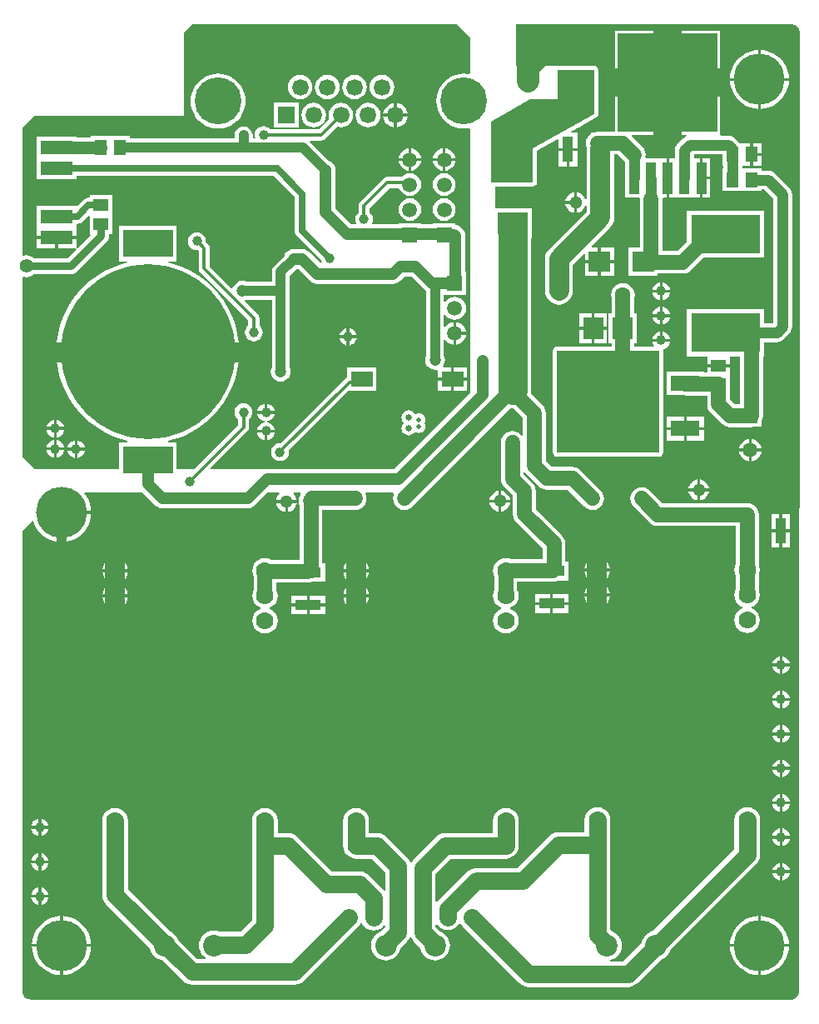
<source format=gtl>
G04*
G04 #@! TF.GenerationSoftware,Altium Limited,Altium Designer,19.1.8 (144)*
G04*
G04 Layer_Physical_Order=1*
G04 Layer_Color=255*
%FSLAX24Y24*%
%MOIN*%
G70*
G01*
G75*
%ADD18C,0.0118*%
%ADD20C,0.0276*%
%ADD24R,0.0400X0.1260*%
%ADD25R,0.4000X0.3976*%
%ADD26R,0.0787X0.0866*%
%ADD27R,0.0858X0.0835*%
%ADD28R,0.0512X0.0591*%
%ADD29R,0.0591X0.0512*%
%ADD30R,0.2756X0.1575*%
%ADD31R,0.1260X0.0551*%
%ADD32R,0.2000X0.1098*%
%ADD33C,0.7000*%
%ADD34R,0.0433X0.1024*%
%ADD35R,0.1181X0.0630*%
%ADD36R,0.2441X0.2283*%
%ADD37R,0.1024X0.0433*%
%ADD38R,0.1240X0.0866*%
%ADD39R,0.0858X0.0630*%
%ADD77C,0.0787*%
%ADD78C,0.0906*%
%ADD79C,0.0315*%
%ADD80C,0.0591*%
%ADD81C,0.0472*%
%ADD82C,0.0394*%
%ADD83C,0.1181*%
%ADD84C,0.0433*%
%ADD85C,0.0709*%
%ADD86C,0.0512*%
%ADD87C,0.0630*%
%ADD88C,0.0551*%
%ADD89C,0.0197*%
%ADD90C,0.0394*%
%ADD91C,0.0256*%
%ADD92R,0.0512X0.0512*%
%ADD93C,0.0512*%
%ADD94C,0.0531*%
%ADD95C,0.0591*%
%ADD96R,0.0591X0.0591*%
%ADD97R,0.0512X0.0512*%
%ADD98C,0.2047*%
%ADD99R,0.1772X0.0984*%
%ADD100C,0.0665*%
%ADD101R,0.0665X0.0665*%
%ADD102C,0.1874*%
%ADD103C,0.0866*%
%ADD104C,0.0700*%
%ADD105C,0.0472*%
%ADD106C,0.0630*%
%ADD107C,0.0551*%
G36*
X17612Y39213D02*
X18126Y38699D01*
Y37249D01*
X18087Y37218D01*
X18054Y37226D01*
X17882Y37240D01*
X17710Y37226D01*
X17543Y37186D01*
X17383Y37120D01*
X17237Y37030D01*
X17106Y36918D01*
X16994Y36787D01*
X16904Y36640D01*
X16838Y36481D01*
X16798Y36313D01*
X16784Y36142D01*
X16798Y35970D01*
X16838Y35802D01*
X16904Y35643D01*
X16994Y35496D01*
X17106Y35365D01*
X17237Y35254D01*
X17383Y35164D01*
X17543Y35098D01*
X17710Y35057D01*
X17882Y35044D01*
X18054Y35057D01*
X18087Y35065D01*
X18126Y35034D01*
Y24482D01*
X15067Y21424D01*
X10005D01*
X9986Y21421D01*
X7761D01*
X7742Y21467D01*
X9216Y22941D01*
X9264Y23012D01*
X9281Y23097D01*
Y23420D01*
X9317Y23447D01*
X9374Y23521D01*
X9409Y23608D01*
X9422Y23700D01*
X9409Y23793D01*
X9374Y23879D01*
X9317Y23953D01*
X9243Y24010D01*
X9157Y24045D01*
X9064Y24057D01*
X8972Y24045D01*
X8885Y24010D01*
X8811Y23953D01*
X8755Y23879D01*
X8719Y23793D01*
X8707Y23700D01*
X8719Y23608D01*
X8755Y23521D01*
X8811Y23447D01*
X8839Y23426D01*
Y23188D01*
X7072Y21421D01*
X6386D01*
Y22497D01*
X6043D01*
X6037Y22547D01*
X6292Y22610D01*
X6630Y22732D01*
X6955Y22885D01*
X7263Y23070D01*
X7552Y23284D01*
X7818Y23525D01*
X8059Y23792D01*
X8273Y24080D01*
X8458Y24388D01*
X8612Y24713D01*
X8733Y25052D01*
X8820Y25400D01*
X8873Y25756D01*
X8888Y26056D01*
X5229D01*
X1570D01*
X1584Y25756D01*
X1637Y25400D01*
X1724Y25052D01*
X1846Y24713D01*
X1999Y24388D01*
X2184Y24080D01*
X2398Y23792D01*
X2639Y23525D01*
X2906Y23284D01*
X3194Y23070D01*
X3502Y22885D01*
X3827Y22732D01*
X4166Y22610D01*
X4421Y22547D01*
X4415Y22497D01*
X4071D01*
Y21421D01*
X713D01*
X199Y21935D01*
X199Y29092D01*
X241Y29120D01*
X253Y29115D01*
X366Y29100D01*
X479Y29115D01*
X585Y29158D01*
X664Y29219D01*
X2153D01*
X2235Y29230D01*
X2312Y29261D01*
X2377Y29312D01*
X3582Y30517D01*
X3633Y30583D01*
X3665Y30659D01*
X3675Y30742D01*
Y30812D01*
X3808D01*
Y31560D01*
Y32387D01*
X2903D01*
Y32271D01*
X2855D01*
X2855Y32271D01*
X2778Y32261D01*
X2706Y32231D01*
X2644Y32184D01*
X2401Y31941D01*
X2362Y31957D01*
Y31957D01*
X787D01*
Y31091D01*
Y30740D01*
X1575D01*
X2362D01*
Y31091D01*
Y31226D01*
X2405D01*
X2482Y31236D01*
X2554Y31266D01*
X2616Y31313D01*
X2853Y31550D01*
X2903Y31529D01*
Y30812D01*
X2913D01*
X2933Y30766D01*
X2410Y30243D01*
X2362Y30266D01*
Y30622D01*
X1634D01*
Y30248D01*
X2344D01*
X2367Y30200D01*
X2021Y29854D01*
X664D01*
X585Y29915D01*
X479Y29958D01*
X366Y29973D01*
X253Y29958D01*
X249Y29957D01*
X199Y29990D01*
Y35075D01*
X677Y35552D01*
X1082D01*
X1140Y35540D01*
X6258D01*
X6316Y35552D01*
X6660D01*
X6660Y38866D01*
X7007Y39213D01*
X17612Y39213D01*
D02*
G37*
G36*
X31010Y39213D02*
X31010Y39213D01*
X31010D01*
X31056Y39210D01*
X31105Y39200D01*
X31165Y39176D01*
X31218Y39140D01*
X31263Y39095D01*
X31299Y39041D01*
X31324Y38982D01*
X31336Y38919D01*
X31336Y38887D01*
X31297Y549D01*
X31297Y549D01*
X31300Y517D01*
X31294Y455D01*
X31277Y394D01*
X31247Y338D01*
X31208Y289D01*
X31159Y249D01*
X31104Y219D01*
X31044Y200D01*
X31013Y197D01*
X578Y197D01*
X578Y197D01*
X542Y195D01*
X471Y207D01*
X403Y232D01*
X341Y269D01*
X288Y318D01*
X246Y377D01*
X215Y442D01*
X198Y513D01*
X197Y549D01*
X197Y18953D01*
X593Y19349D01*
X641Y19336D01*
X645Y19319D01*
X716Y19147D01*
X813Y18989D01*
X934Y18847D01*
X1075Y18727D01*
X1234Y18629D01*
X1406Y18558D01*
X1586Y18515D01*
X1713Y18505D01*
Y19685D01*
X1772D01*
Y19744D01*
X2952D01*
X2942Y19870D01*
X2898Y20051D01*
X2827Y20223D01*
X2730Y20381D01*
X2687Y20432D01*
X2707Y20477D01*
X5016Y20477D01*
X5525Y19968D01*
X5608Y19905D01*
X5703Y19865D01*
X5806Y19852D01*
X9227D01*
X9330Y19865D01*
X9426Y19905D01*
X9508Y19968D01*
X10017Y20477D01*
X10487D01*
X10503Y20430D01*
X10490Y20421D01*
X10424Y20334D01*
X10382Y20234D01*
X10376Y20185D01*
X11194D01*
X11188Y20234D01*
X11146Y20334D01*
X11080Y20421D01*
X11067Y20430D01*
X11083Y20477D01*
X11356D01*
Y20404D01*
X11335Y20377D01*
X11290Y20267D01*
X11274Y20149D01*
X11290Y20031D01*
X11305Y19993D01*
Y17786D01*
X10186D01*
X10176Y17794D01*
X10053Y17845D01*
X9920Y17862D01*
X9788Y17845D01*
X9664Y17794D01*
X9558Y17712D01*
X9477Y17606D01*
X9426Y17483D01*
X9408Y17350D01*
X9426Y17218D01*
X9463Y17127D01*
Y16574D01*
X9426Y16483D01*
X9408Y16350D01*
X9426Y16218D01*
X9477Y16094D01*
X9558Y15988D01*
X9664Y15907D01*
X9737Y15877D01*
Y15824D01*
X9664Y15794D01*
X9558Y15712D01*
X9477Y15606D01*
X9426Y15483D01*
X9408Y15350D01*
X9426Y15218D01*
X9477Y15094D01*
X9558Y14988D01*
X9664Y14907D01*
X9788Y14856D01*
X9920Y14839D01*
X10053Y14856D01*
X10176Y14907D01*
X10282Y14988D01*
X10363Y15094D01*
X10415Y15218D01*
X10432Y15350D01*
X10415Y15483D01*
X10363Y15606D01*
X10282Y15712D01*
X10176Y15794D01*
X10104Y15824D01*
Y15877D01*
X10176Y15907D01*
X10282Y15988D01*
X10363Y16094D01*
X10415Y16218D01*
X10432Y16350D01*
X10415Y16483D01*
X10377Y16574D01*
Y16873D01*
X11619D01*
X11737Y16888D01*
X11804Y16916D01*
X12328D01*
Y17664D01*
X12219D01*
Y19780D01*
X13533D01*
X13651Y19795D01*
X13761Y19841D01*
X13856Y19913D01*
X13928Y20008D01*
X13974Y20118D01*
X13989Y20236D01*
X13974Y20354D01*
X13943Y20428D01*
X13976Y20477D01*
X15054D01*
X15081Y20436D01*
X15060Y20385D01*
X15045Y20267D01*
Y20236D01*
X15060Y20118D01*
X15106Y20008D01*
X15178Y19913D01*
X15273Y19841D01*
X15383Y19795D01*
X15501Y19780D01*
X15619Y19795D01*
X15730Y19841D01*
X15824Y19913D01*
X15897Y20008D01*
X15903Y20022D01*
X19330Y23449D01*
X19369Y23480D01*
X19748Y23858D01*
X19836Y23850D01*
X19872Y23853D01*
X20249Y23476D01*
Y22769D01*
X20199Y22753D01*
X20153Y22813D01*
X20059Y22885D01*
X19949Y22931D01*
X19830Y22946D01*
X19712Y22931D01*
X19602Y22885D01*
X19507Y22813D01*
X19435Y22718D01*
X19389Y22608D01*
X19374Y22490D01*
Y21026D01*
X19389Y20908D01*
X19435Y20798D01*
X19507Y20703D01*
X19854Y20357D01*
Y20138D01*
Y19619D01*
X19870Y19501D01*
X19915Y19391D01*
X19988Y19296D01*
X21036Y18247D01*
Y17819D01*
X19761D01*
X19698Y17845D01*
X19566Y17862D01*
X19433Y17845D01*
X19310Y17794D01*
X19204Y17712D01*
X19122Y17606D01*
X19071Y17483D01*
X19054Y17350D01*
X19071Y17218D01*
X19109Y17127D01*
Y16574D01*
X19071Y16483D01*
X19054Y16350D01*
X19071Y16218D01*
X19122Y16094D01*
X19204Y15988D01*
X19310Y15907D01*
X19382Y15877D01*
Y15824D01*
X19310Y15794D01*
X19204Y15712D01*
X19122Y15606D01*
X19071Y15483D01*
X19054Y15350D01*
X19071Y15218D01*
X19122Y15094D01*
X19204Y14988D01*
X19310Y14907D01*
X19433Y14856D01*
X19566Y14839D01*
X19698Y14856D01*
X19822Y14907D01*
X19928Y14988D01*
X20009Y15094D01*
X20060Y15218D01*
X20078Y15350D01*
X20060Y15483D01*
X20009Y15606D01*
X19928Y15712D01*
X19822Y15794D01*
X19749Y15824D01*
Y15877D01*
X19822Y15907D01*
X19928Y15988D01*
X20009Y16094D01*
X20060Y16218D01*
X20078Y16350D01*
X20060Y16483D01*
X20022Y16574D01*
Y16906D01*
X21438D01*
X21556Y16921D01*
X21661Y16965D01*
X22069D01*
Y17713D01*
X21950D01*
Y18437D01*
X21934Y18555D01*
X21888Y18665D01*
X21816Y18760D01*
X20767Y19808D01*
Y20138D01*
Y20546D01*
X20752Y20664D01*
X20706Y20775D01*
X20634Y20869D01*
X20287Y21216D01*
Y21277D01*
X20336Y21294D01*
X20382Y21234D01*
X20893Y20724D01*
X20987Y20651D01*
X21097Y20605D01*
X21216Y20590D01*
X22047D01*
X22723Y19913D01*
X22818Y19841D01*
X22928Y19795D01*
X23046Y19780D01*
X23164Y19795D01*
X23274Y19841D01*
X23369Y19913D01*
X23442Y20008D01*
X23487Y20118D01*
X23503Y20236D01*
X23487Y20354D01*
X23442Y20465D01*
X23369Y20559D01*
X22559Y21369D01*
X22464Y21442D01*
X22354Y21488D01*
X22236Y21503D01*
X21405D01*
X21162Y21746D01*
Y23666D01*
X21147Y23784D01*
X21101Y23894D01*
X21028Y23988D01*
X20571Y24446D01*
X20573Y24455D01*
X20588Y24601D01*
Y28556D01*
Y30662D01*
X20616D01*
Y31843D01*
X19133D01*
Y32729D01*
X20655Y32729D01*
X20717Y32741D01*
X20769Y32776D01*
X20804Y32828D01*
X20816Y32890D01*
X20816Y34159D01*
X21640Y34618D01*
X21683Y34593D01*
Y34263D01*
X22057D01*
X22431D01*
Y34873D01*
X22197D01*
X22185Y34921D01*
X22470Y35080D01*
X22539D01*
Y35118D01*
X23186Y35478D01*
X23203Y35492D01*
X23221Y35505D01*
X23226Y35512D01*
X23234Y35518D01*
X23244Y35538D01*
X23256Y35557D01*
X23258Y35566D01*
X23262Y35574D01*
X23264Y35596D01*
X23268Y35618D01*
X23268Y37394D01*
X23256Y37456D01*
X23221Y37508D01*
X23169Y37543D01*
X23108Y37555D01*
X22481D01*
Y38684D01*
X22066D01*
Y38091D01*
X20924D01*
Y38684D01*
X20509D01*
Y37581D01*
X20502Y37575D01*
Y36958D01*
X20384D01*
Y37545D01*
X20327Y37540D01*
X20216Y37506D01*
X20213Y37504D01*
X20026Y37504D01*
X19991Y37539D01*
X19991Y39213D01*
X31010Y39213D01*
X31010Y39213D01*
D02*
G37*
G36*
X23108Y37394D02*
X23108Y35618D01*
X20655Y34254D01*
X20655Y32890D01*
X18981Y32890D01*
X18981Y35320D01*
X20552Y36227D01*
X21627Y36227D01*
X21627Y37394D01*
X23108Y37394D01*
D02*
G37*
%LPC*%
G36*
X14598Y37195D02*
X14470Y37178D01*
X14351Y37129D01*
X14249Y37050D01*
X14170Y36948D01*
X14121Y36829D01*
X14104Y36701D01*
X14121Y36573D01*
X14170Y36454D01*
X14249Y36351D01*
X14351Y36273D01*
X14470Y36223D01*
X14598Y36206D01*
X14726Y36223D01*
X14846Y36273D01*
X14948Y36351D01*
X15027Y36454D01*
X15076Y36573D01*
X15093Y36701D01*
X15076Y36829D01*
X15027Y36948D01*
X14948Y37050D01*
X14846Y37129D01*
X14726Y37178D01*
X14598Y37195D01*
D02*
G37*
G36*
X13508D02*
X13380Y37178D01*
X13261Y37129D01*
X13158Y37050D01*
X13080Y36948D01*
X13030Y36829D01*
X13013Y36701D01*
X13030Y36573D01*
X13080Y36454D01*
X13158Y36351D01*
X13261Y36273D01*
X13380Y36223D01*
X13508Y36206D01*
X13636Y36223D01*
X13755Y36273D01*
X13857Y36351D01*
X13936Y36454D01*
X13985Y36573D01*
X14002Y36701D01*
X13985Y36829D01*
X13936Y36948D01*
X13857Y37050D01*
X13755Y37129D01*
X13636Y37178D01*
X13508Y37195D01*
D02*
G37*
G36*
X12417D02*
X12289Y37178D01*
X12170Y37129D01*
X12068Y37050D01*
X11989Y36948D01*
X11940Y36829D01*
X11923Y36701D01*
X11940Y36573D01*
X11989Y36454D01*
X12068Y36351D01*
X12170Y36273D01*
X12289Y36223D01*
X12417Y36206D01*
X12545Y36223D01*
X12665Y36273D01*
X12767Y36351D01*
X12845Y36454D01*
X12895Y36573D01*
X12912Y36701D01*
X12895Y36829D01*
X12845Y36948D01*
X12767Y37050D01*
X12665Y37129D01*
X12545Y37178D01*
X12417Y37195D01*
D02*
G37*
G36*
X11327D02*
X11199Y37178D01*
X11080Y37129D01*
X10977Y37050D01*
X10899Y36948D01*
X10849Y36829D01*
X10832Y36701D01*
X10849Y36573D01*
X10899Y36454D01*
X10977Y36351D01*
X11080Y36273D01*
X11199Y36223D01*
X11327Y36206D01*
X11455Y36223D01*
X11574Y36273D01*
X11676Y36351D01*
X11755Y36454D01*
X11804Y36573D01*
X11821Y36701D01*
X11804Y36829D01*
X11755Y36948D01*
X11676Y37050D01*
X11574Y37129D01*
X11455Y37178D01*
X11327Y37195D01*
D02*
G37*
G36*
X15203Y36069D02*
Y35642D01*
X15630D01*
X15621Y35711D01*
X15572Y35830D01*
X15493Y35932D01*
X15391Y36011D01*
X15272Y36060D01*
X15203Y36069D01*
D02*
G37*
G36*
X15085D02*
X15016Y36060D01*
X14897Y36011D01*
X14794Y35932D01*
X14716Y35830D01*
X14666Y35711D01*
X14657Y35642D01*
X15085D01*
Y36069D01*
D02*
G37*
G36*
X15630Y35524D02*
X15203D01*
Y35096D01*
X15272Y35105D01*
X15391Y35155D01*
X15493Y35233D01*
X15572Y35335D01*
X15621Y35455D01*
X15630Y35524D01*
D02*
G37*
G36*
X15085D02*
X14657D01*
X14666Y35455D01*
X14716Y35335D01*
X14794Y35233D01*
X14897Y35155D01*
X15016Y35105D01*
X15085Y35096D01*
Y35524D01*
D02*
G37*
G36*
X11272Y36073D02*
X10291D01*
Y35093D01*
X11272D01*
Y36073D01*
D02*
G37*
G36*
X14053Y36077D02*
X13925Y36060D01*
X13806Y36011D01*
X13704Y35932D01*
X13625Y35830D01*
X13576Y35711D01*
X13559Y35583D01*
X13576Y35455D01*
X13625Y35335D01*
X13704Y35233D01*
X13806Y35155D01*
X13925Y35105D01*
X14053Y35088D01*
X14181Y35105D01*
X14300Y35155D01*
X14403Y35233D01*
X14481Y35335D01*
X14531Y35455D01*
X14548Y35583D01*
X14531Y35711D01*
X14481Y35830D01*
X14403Y35932D01*
X14300Y36011D01*
X14181Y36060D01*
X14053Y36077D01*
D02*
G37*
G36*
X11872D02*
X11744Y36060D01*
X11625Y36011D01*
X11522Y35932D01*
X11444Y35830D01*
X11394Y35711D01*
X11378Y35583D01*
X11394Y35455D01*
X11444Y35335D01*
X11522Y35233D01*
X11625Y35155D01*
X11744Y35105D01*
X11872Y35088D01*
X12000Y35105D01*
X12119Y35155D01*
X12222Y35233D01*
X12300Y35335D01*
X12350Y35455D01*
X12366Y35583D01*
X12350Y35711D01*
X12300Y35830D01*
X12222Y35932D01*
X12119Y36011D01*
X12000Y36060D01*
X11872Y36077D01*
D02*
G37*
G36*
X8043Y37240D02*
X7872Y37226D01*
X7704Y37186D01*
X7545Y37120D01*
X7398Y37030D01*
X7267Y36918D01*
X7155Y36787D01*
X7065Y36640D01*
X6999Y36481D01*
X6959Y36313D01*
X6945Y36142D01*
X6959Y35970D01*
X6999Y35802D01*
X7065Y35643D01*
X7155Y35496D01*
X7267Y35365D01*
X7398Y35254D01*
X7545Y35164D01*
X7704Y35098D01*
X7872Y35057D01*
X8043Y35044D01*
X8215Y35057D01*
X8383Y35098D01*
X8542Y35164D01*
X8689Y35254D01*
X8820Y35365D01*
X8931Y35496D01*
X9022Y35643D01*
X9087Y35802D01*
X9128Y35970D01*
X9141Y36142D01*
X9128Y36313D01*
X9087Y36481D01*
X9022Y36640D01*
X8931Y36787D01*
X8820Y36918D01*
X8689Y37030D01*
X8542Y37120D01*
X8383Y37186D01*
X8215Y37226D01*
X8043Y37240D01*
D02*
G37*
G36*
X12963Y36077D02*
X12835Y36060D01*
X12715Y36011D01*
X12613Y35932D01*
X12534Y35830D01*
X12485Y35711D01*
X12468Y35583D01*
X12485Y35455D01*
X12496Y35428D01*
X12078Y35011D01*
X10142D01*
X10118Y35042D01*
X10044Y35099D01*
X9958Y35135D01*
X9865Y35147D01*
X9773Y35135D01*
X9687Y35099D01*
X9613Y35042D01*
X9556Y34968D01*
X9520Y34882D01*
X9508Y34790D01*
X9520Y34697D01*
X9526Y34683D01*
X9498Y34641D01*
X9429D01*
Y34776D01*
X9417Y34869D01*
X9381Y34955D01*
X9324Y35029D01*
X9250Y35086D01*
X9164Y35121D01*
X9071Y35134D01*
X8979Y35121D01*
X8893Y35086D01*
X8888Y35082D01*
X8886Y35081D01*
X8812Y35024D01*
X8755Y34950D01*
X8719Y34864D01*
X8707Y34772D01*
X8714Y34717D01*
Y34641D01*
X4508D01*
Y34737D01*
X2933D01*
Y34699D01*
X2362D01*
Y34713D01*
X787D01*
Y33846D01*
Y33004D01*
X2362D01*
Y33139D01*
X3926D01*
X10273Y33139D01*
X11113Y32300D01*
Y30965D01*
X11123Y30888D01*
X11152Y30816D01*
X11200Y30754D01*
X12171Y29783D01*
X12174Y29764D01*
X12195Y29711D01*
X12166Y29656D01*
X12155Y29654D01*
X11705Y30103D01*
X11623Y30166D01*
X11527Y30206D01*
X11424Y30220D01*
X11068D01*
X10965Y30206D01*
X10869Y30166D01*
X10787Y30103D01*
X10724Y30021D01*
X10698Y29958D01*
X10302Y29562D01*
X10245Y29488D01*
X10209Y29402D01*
X10197Y29309D01*
Y28911D01*
X9186D01*
X9123Y28937D01*
X9021Y28950D01*
X8918Y28937D01*
X8822Y28897D01*
X8740Y28834D01*
X8677Y28752D01*
X8643Y28671D01*
X8591Y28653D01*
X7712Y29531D01*
Y30248D01*
X7696Y30332D01*
X7648Y30404D01*
X7547Y30505D01*
X7552Y30545D01*
X7540Y30637D01*
X7504Y30724D01*
X7447Y30798D01*
X7373Y30854D01*
X7287Y30890D01*
X7195Y30902D01*
X7102Y30890D01*
X7016Y30854D01*
X6942Y30798D01*
X6885Y30724D01*
X6849Y30637D01*
X6837Y30545D01*
X6849Y30452D01*
X6885Y30366D01*
X6942Y30292D01*
X7016Y30235D01*
X7102Y30200D01*
X7195Y30187D01*
X7234Y30193D01*
X7271Y30156D01*
Y29439D01*
X7288Y29355D01*
X7335Y29283D01*
X9252Y27367D01*
Y27163D01*
X9220Y27138D01*
X9163Y27064D01*
X9128Y26978D01*
X9115Y26885D01*
X9128Y26793D01*
X9163Y26707D01*
X9220Y26633D01*
X9294Y26576D01*
X9380Y26540D01*
X9473Y26528D01*
X9565Y26540D01*
X9652Y26576D01*
X9726Y26633D01*
X9782Y26707D01*
X9818Y26793D01*
X9830Y26885D01*
X9818Y26978D01*
X9782Y27064D01*
X9726Y27138D01*
X9694Y27163D01*
Y27458D01*
X9677Y27543D01*
X9629Y27614D01*
X9120Y28124D01*
X9138Y28176D01*
X9186Y28196D01*
X10197D01*
Y25484D01*
X10171Y25421D01*
X10157Y25318D01*
X10171Y25216D01*
X10211Y25120D01*
X10274Y25038D01*
X10356Y24974D01*
X10452Y24935D01*
X10555Y24921D01*
X10657Y24935D01*
X10753Y24974D01*
X10835Y25038D01*
X10898Y25120D01*
X10938Y25216D01*
X10952Y25318D01*
X10938Y25421D01*
X10912Y25484D01*
Y28572D01*
Y29161D01*
X11176Y29425D01*
X11260D01*
X11741Y28945D01*
X11823Y28882D01*
X11919Y28842D01*
X12021Y28828D01*
X15052D01*
X15155Y28842D01*
X15251Y28882D01*
X15333Y28945D01*
X15519Y29130D01*
X15782D01*
X16343Y28570D01*
X16375Y28545D01*
Y25953D01*
X16349Y25890D01*
X16335Y25787D01*
X16349Y25685D01*
X16388Y25589D01*
X16451Y25507D01*
X16534Y25444D01*
X16630Y25404D01*
X16732Y25390D01*
X16790Y25398D01*
X16840Y25354D01*
Y25077D01*
X17367D01*
Y25490D01*
X17063D01*
X17039Y25540D01*
X17076Y25589D01*
X17116Y25685D01*
X17129Y25787D01*
X17116Y25890D01*
X17090Y25953D01*
Y26585D01*
X17140Y26602D01*
X17197Y26527D01*
X17291Y26455D01*
X17401Y26409D01*
X17461Y26402D01*
Y26850D01*
Y27299D01*
X17401Y27292D01*
X17291Y27246D01*
X17197Y27173D01*
X17140Y27099D01*
X17090Y27116D01*
Y27585D01*
X17140Y27602D01*
X17197Y27527D01*
X17291Y27455D01*
X17401Y27409D01*
X17520Y27394D01*
X17638Y27409D01*
X17748Y27455D01*
X17843Y27527D01*
X17915Y27622D01*
X17961Y27732D01*
X17976Y27850D01*
X17961Y27969D01*
X17915Y28079D01*
X17843Y28173D01*
X17748Y28246D01*
X17638Y28291D01*
X17520Y28307D01*
X17401Y28291D01*
X17291Y28246D01*
X17197Y28173D01*
X17140Y28099D01*
X17090Y28116D01*
Y28398D01*
X17972D01*
Y29303D01*
X17947D01*
Y30741D01*
X17933Y30843D01*
X17894Y30939D01*
X17831Y31021D01*
X17772Y31080D01*
X17689Y31144D01*
X17594Y31183D01*
X17550Y31189D01*
Y31252D01*
X16644D01*
Y31208D01*
X16174D01*
Y31252D01*
X15268D01*
Y31208D01*
X14237D01*
X14208Y31258D01*
X14235Y31322D01*
X14247Y31414D01*
X14235Y31507D01*
X14199Y31593D01*
X14142Y31667D01*
X14110Y31691D01*
Y31860D01*
X14911Y32661D01*
X15288D01*
X15326Y32571D01*
X15398Y32477D01*
X15493Y32404D01*
X15603Y32359D01*
X15721Y32343D01*
X15839Y32359D01*
X15950Y32404D01*
X16044Y32477D01*
X16117Y32571D01*
X16162Y32681D01*
X16178Y32800D01*
X16162Y32918D01*
X16117Y33028D01*
X16044Y33123D01*
X15950Y33195D01*
X15839Y33241D01*
X15721Y33256D01*
X15603Y33241D01*
X15493Y33195D01*
X15398Y33123D01*
X15383Y33103D01*
X14820D01*
X14735Y33086D01*
X14664Y33038D01*
X13733Y32108D01*
X13685Y32036D01*
X13669Y31952D01*
Y31691D01*
X13637Y31667D01*
X13580Y31593D01*
X13544Y31507D01*
X13532Y31414D01*
X13544Y31322D01*
X13571Y31258D01*
X13542Y31208D01*
X13382D01*
X12751Y31839D01*
Y33375D01*
X12738Y33478D01*
X12698Y33574D01*
X12635Y33656D01*
X12553Y33719D01*
X12489Y33745D01*
X11716Y34519D01*
X11737Y34569D01*
X12170D01*
X12254Y34586D01*
X12326Y34634D01*
X12808Y35116D01*
X12835Y35105D01*
X12963Y35088D01*
X13091Y35105D01*
X13210Y35155D01*
X13312Y35233D01*
X13391Y35335D01*
X13440Y35455D01*
X13457Y35583D01*
X13440Y35711D01*
X13391Y35830D01*
X13312Y35932D01*
X13210Y36011D01*
X13091Y36060D01*
X12963Y36077D01*
D02*
G37*
G36*
X17156Y34249D02*
Y33859D01*
X17546D01*
X17538Y33918D01*
X17493Y34028D01*
X17420Y34123D01*
X17325Y34195D01*
X17215Y34241D01*
X17156Y34249D01*
D02*
G37*
G36*
X17038Y34249D02*
X16979Y34241D01*
X16869Y34195D01*
X16774Y34123D01*
X16702Y34028D01*
X16656Y33918D01*
X16648Y33859D01*
X17038D01*
Y34249D01*
D02*
G37*
G36*
X15780Y34248D02*
Y33859D01*
X16170D01*
X16162Y33918D01*
X16117Y34028D01*
X16044Y34123D01*
X15950Y34195D01*
X15839Y34241D01*
X15780Y34248D01*
D02*
G37*
G36*
X15662Y34248D02*
X15603Y34241D01*
X15493Y34195D01*
X15398Y34123D01*
X15326Y34028D01*
X15280Y33918D01*
X15272Y33859D01*
X15662D01*
Y34248D01*
D02*
G37*
G36*
X17546Y33741D02*
X17156D01*
Y33351D01*
X17215Y33359D01*
X17325Y33404D01*
X17420Y33477D01*
X17493Y33571D01*
X17538Y33682D01*
X17546Y33741D01*
D02*
G37*
G36*
X17038D02*
X16648D01*
X16656Y33682D01*
X16702Y33571D01*
X16774Y33477D01*
X16869Y33404D01*
X16979Y33359D01*
X17038Y33351D01*
Y33741D01*
D02*
G37*
G36*
X16170Y33741D02*
X15780D01*
Y33351D01*
X15839Y33359D01*
X15950Y33404D01*
X16044Y33477D01*
X16117Y33571D01*
X16162Y33681D01*
X16170Y33741D01*
D02*
G37*
G36*
X15662D02*
X15272D01*
X15280Y33681D01*
X15326Y33571D01*
X15398Y33477D01*
X15493Y33404D01*
X15603Y33359D01*
X15662Y33351D01*
Y33741D01*
D02*
G37*
G36*
X17097Y33256D02*
X16979Y33241D01*
X16869Y33195D01*
X16774Y33123D01*
X16702Y33028D01*
X16656Y32918D01*
X16640Y32800D01*
X16656Y32682D01*
X16702Y32571D01*
X16774Y32477D01*
X16869Y32404D01*
X16979Y32359D01*
X17097Y32343D01*
X17215Y32359D01*
X17325Y32404D01*
X17420Y32477D01*
X17493Y32571D01*
X17538Y32682D01*
X17554Y32800D01*
X17538Y32918D01*
X17493Y33028D01*
X17420Y33123D01*
X17325Y33195D01*
X17215Y33241D01*
X17097Y33256D01*
D02*
G37*
G36*
Y32256D02*
X16979Y32241D01*
X16869Y32195D01*
X16774Y32123D01*
X16702Y32028D01*
X16656Y31918D01*
X16640Y31800D01*
X16656Y31682D01*
X16702Y31571D01*
X16774Y31477D01*
X16869Y31404D01*
X16979Y31359D01*
X17097Y31343D01*
X17215Y31359D01*
X17325Y31404D01*
X17420Y31477D01*
X17493Y31571D01*
X17538Y31682D01*
X17554Y31800D01*
X17538Y31918D01*
X17493Y32028D01*
X17420Y32123D01*
X17325Y32195D01*
X17215Y32241D01*
X17097Y32256D01*
D02*
G37*
G36*
X15721Y32256D02*
X15603Y32241D01*
X15493Y32195D01*
X15398Y32123D01*
X15326Y32028D01*
X15280Y31918D01*
X15265Y31800D01*
X15280Y31681D01*
X15326Y31571D01*
X15398Y31477D01*
X15493Y31404D01*
X15603Y31358D01*
X15721Y31343D01*
X15839Y31358D01*
X15950Y31404D01*
X16044Y31477D01*
X16117Y31571D01*
X16162Y31681D01*
X16178Y31800D01*
X16162Y31918D01*
X16117Y32028D01*
X16044Y32123D01*
X15950Y32195D01*
X15839Y32241D01*
X15721Y32256D01*
D02*
G37*
G36*
X1516Y30622D02*
X787D01*
Y30248D01*
X1516D01*
Y30622D01*
D02*
G37*
G36*
X17579Y27299D02*
Y26909D01*
X17969D01*
X17961Y26969D01*
X17915Y27079D01*
X17843Y27173D01*
X17748Y27246D01*
X17638Y27292D01*
X17579Y27299D01*
D02*
G37*
G36*
X13305Y27066D02*
Y26776D01*
X13596D01*
X13591Y26809D01*
X13555Y26895D01*
X13499Y26969D01*
X13425Y27026D01*
X13338Y27062D01*
X13305Y27066D01*
D02*
G37*
G36*
X13187D02*
X13153Y27062D01*
X13067Y27026D01*
X12993Y26969D01*
X12936Y26895D01*
X12901Y26809D01*
X12896Y26776D01*
X13187D01*
Y27066D01*
D02*
G37*
G36*
X17969Y26791D02*
X17579D01*
Y26402D01*
X17638Y26409D01*
X17748Y26455D01*
X17843Y26527D01*
X17915Y26622D01*
X17961Y26732D01*
X17969Y26791D01*
D02*
G37*
G36*
X13596Y26658D02*
X13305D01*
Y26367D01*
X13338Y26372D01*
X13425Y26407D01*
X13499Y26464D01*
X13555Y26538D01*
X13591Y26624D01*
X13596Y26658D01*
D02*
G37*
G36*
X13187D02*
X12896D01*
X12901Y26624D01*
X12936Y26538D01*
X12993Y26464D01*
X13067Y26407D01*
X13153Y26372D01*
X13187Y26367D01*
Y26658D01*
D02*
G37*
G36*
X6386Y31146D02*
X4071D01*
Y29733D01*
X4415D01*
X4421Y29683D01*
X4166Y29619D01*
X3827Y29498D01*
X3502Y29344D01*
X3194Y29159D01*
X2906Y28945D01*
X2639Y28704D01*
X2398Y28438D01*
X2184Y28149D01*
X1999Y27841D01*
X1846Y27516D01*
X1724Y27178D01*
X1637Y26829D01*
X1584Y26474D01*
X1570Y26174D01*
X5229D01*
X8888D01*
X8873Y26474D01*
X8820Y26829D01*
X8733Y27178D01*
X8612Y27516D01*
X8458Y27841D01*
X8273Y28149D01*
X8059Y28438D01*
X7818Y28704D01*
X7552Y28945D01*
X7263Y29159D01*
X6955Y29344D01*
X6630Y29498D01*
X6292Y29619D01*
X6037Y29683D01*
X6043Y29733D01*
X6386D01*
Y31146D01*
D02*
G37*
G36*
X18013Y25490D02*
X17485D01*
Y25077D01*
X18013D01*
Y25490D01*
D02*
G37*
G36*
Y24959D02*
X17485D01*
Y24545D01*
X18013D01*
Y24959D01*
D02*
G37*
G36*
X17367D02*
X16840D01*
Y24545D01*
X17367D01*
Y24959D01*
D02*
G37*
G36*
X10020Y24038D02*
Y23747D01*
X10310D01*
X10306Y23780D01*
X10270Y23867D01*
X10213Y23941D01*
X10139Y23997D01*
X10053Y24033D01*
X10020Y24038D01*
D02*
G37*
G36*
X9902D02*
X9868Y24033D01*
X9782Y23997D01*
X9708Y23941D01*
X9651Y23867D01*
X9615Y23780D01*
X9611Y23747D01*
X9902D01*
Y24038D01*
D02*
G37*
G36*
X1581Y23394D02*
Y23103D01*
X1872D01*
X1867Y23137D01*
X1832Y23223D01*
X1775Y23297D01*
X1701Y23354D01*
X1615Y23389D01*
X1581Y23394D01*
D02*
G37*
G36*
X1463D02*
X1430Y23389D01*
X1343Y23354D01*
X1269Y23297D01*
X1213Y23223D01*
X1177Y23137D01*
X1172Y23103D01*
X1463D01*
Y23394D01*
D02*
G37*
G36*
X10310Y23629D02*
X9611D01*
X9615Y23595D01*
X9651Y23509D01*
X9708Y23435D01*
X9782Y23378D01*
X9868Y23343D01*
X9905Y23338D01*
Y23287D01*
X9868Y23283D01*
X9782Y23247D01*
X9708Y23190D01*
X9651Y23116D01*
X9615Y23030D01*
X9611Y22996D01*
X10310D01*
X10306Y23030D01*
X10270Y23116D01*
X10213Y23190D01*
X10139Y23247D01*
X10053Y23283D01*
X10016Y23287D01*
Y23338D01*
X10053Y23343D01*
X10139Y23378D01*
X10213Y23435D01*
X10270Y23509D01*
X10306Y23595D01*
X10310Y23629D01*
D02*
G37*
G36*
X15675Y23774D02*
X15600Y23765D01*
X15531Y23736D01*
X15471Y23690D01*
X15425Y23630D01*
X15397Y23561D01*
X15387Y23486D01*
X15397Y23412D01*
X15425Y23343D01*
X15471Y23283D01*
Y23257D01*
X15425Y23197D01*
X15397Y23128D01*
X15387Y23053D01*
X15397Y22979D01*
X15425Y22909D01*
X15471Y22850D01*
X15531Y22804D01*
X15600Y22775D01*
X15675Y22765D01*
X15749Y22775D01*
X15819Y22804D01*
X15878Y22850D01*
X15903Y22882D01*
X15961Y22898D01*
X15972Y22895D01*
X16025Y22873D01*
X16092Y22864D01*
X16159Y22873D01*
X16221Y22899D01*
X16274Y22940D01*
X16315Y22993D01*
X16341Y23055D01*
X16350Y23122D01*
X16341Y23189D01*
X16315Y23251D01*
X16309Y23260D01*
X16315Y23269D01*
X16341Y23331D01*
X16350Y23398D01*
X16341Y23465D01*
X16315Y23527D01*
X16274Y23580D01*
X16221Y23621D01*
X16159Y23647D01*
X16092Y23656D01*
X16025Y23647D01*
X15979Y23628D01*
X15946Y23629D01*
X15912Y23646D01*
X15878Y23690D01*
X15819Y23736D01*
X15749Y23765D01*
X15675Y23774D01*
D02*
G37*
G36*
X1872Y22985D02*
X1581D01*
Y22694D01*
X1615Y22699D01*
X1701Y22735D01*
X1775Y22791D01*
X1832Y22865D01*
X1867Y22952D01*
X1872Y22985D01*
D02*
G37*
G36*
X1463D02*
X1172D01*
X1177Y22952D01*
X1213Y22865D01*
X1269Y22791D01*
X1343Y22735D01*
X1430Y22699D01*
X1463Y22694D01*
Y22985D01*
D02*
G37*
G36*
X10310Y22878D02*
X10020D01*
Y22588D01*
X10053Y22592D01*
X10139Y22628D01*
X10213Y22685D01*
X10270Y22759D01*
X10306Y22845D01*
X10310Y22878D01*
D02*
G37*
G36*
X9902D02*
X9611D01*
X9615Y22845D01*
X9651Y22759D01*
X9708Y22685D01*
X9782Y22628D01*
X9868Y22592D01*
X9902Y22588D01*
Y22878D01*
D02*
G37*
G36*
X14391Y25490D02*
X13218D01*
Y25104D01*
X13210Y25102D01*
X13138Y25054D01*
X10534Y22450D01*
X10518Y22452D01*
X10425Y22440D01*
X10339Y22404D01*
X10265Y22348D01*
X10208Y22274D01*
X10172Y22187D01*
X10160Y22095D01*
X10172Y22002D01*
X10208Y21916D01*
X10265Y21842D01*
X10339Y21785D01*
X10425Y21750D01*
X10518Y21738D01*
X10610Y21750D01*
X10696Y21785D01*
X10770Y21842D01*
X10827Y21916D01*
X10863Y22002D01*
X10875Y22095D01*
X10867Y22158D01*
X13254Y24545D01*
X14391D01*
Y25490D01*
D02*
G37*
G36*
X1579Y22579D02*
Y22288D01*
X1870D01*
X1866Y22322D01*
X1830Y22408D01*
X1773Y22482D01*
X1699Y22539D01*
X1613Y22575D01*
X1579Y22579D01*
D02*
G37*
G36*
X1461D02*
X1428Y22575D01*
X1342Y22539D01*
X1268Y22482D01*
X1211Y22408D01*
X1175Y22322D01*
X1171Y22288D01*
X1461D01*
Y22579D01*
D02*
G37*
G36*
X2412Y22567D02*
Y22276D01*
X2703D01*
X2698Y22310D01*
X2663Y22396D01*
X2606Y22470D01*
X2532Y22527D01*
X2446Y22562D01*
X2412Y22567D01*
D02*
G37*
G36*
X2294D02*
X2261Y22562D01*
X2175Y22527D01*
X2101Y22470D01*
X2044Y22396D01*
X2008Y22310D01*
X2004Y22276D01*
X2294D01*
Y22567D01*
D02*
G37*
G36*
X1870Y22170D02*
X1579D01*
Y21880D01*
X1613Y21884D01*
X1699Y21920D01*
X1773Y21977D01*
X1830Y22051D01*
X1866Y22137D01*
X1870Y22170D01*
D02*
G37*
G36*
X1461D02*
X1171D01*
X1175Y22137D01*
X1211Y22051D01*
X1268Y21977D01*
X1342Y21920D01*
X1428Y21884D01*
X1461Y21880D01*
Y22170D01*
D02*
G37*
G36*
X2703Y22158D02*
X2412D01*
Y21868D01*
X2446Y21872D01*
X2532Y21908D01*
X2606Y21965D01*
X2663Y22039D01*
X2698Y22125D01*
X2703Y22158D01*
D02*
G37*
G36*
X2294D02*
X2004D01*
X2008Y22125D01*
X2044Y22039D01*
X2101Y21965D01*
X2175Y21908D01*
X2261Y21872D01*
X2294Y21868D01*
Y22158D01*
D02*
G37*
G36*
X28154Y38969D02*
X26625D01*
Y37451D01*
X28154D01*
Y38969D01*
D02*
G37*
G36*
X25483D02*
X23954D01*
Y37451D01*
X25483D01*
Y38969D01*
D02*
G37*
G36*
X29783Y38188D02*
Y37067D01*
X30905D01*
X30895Y37193D01*
X30851Y37374D01*
X30780Y37546D01*
X30683Y37704D01*
X30562Y37846D01*
X30421Y37966D01*
X30262Y38063D01*
X30091Y38135D01*
X29910Y38178D01*
X29783Y38188D01*
D02*
G37*
G36*
X29665Y38188D02*
X29539Y38178D01*
X29358Y38135D01*
X29187Y38063D01*
X29028Y37966D01*
X28887Y37846D01*
X28766Y37704D01*
X28669Y37546D01*
X28598Y37374D01*
X28554Y37193D01*
X28544Y37067D01*
X29665D01*
Y38188D01*
D02*
G37*
G36*
Y36949D02*
X28544D01*
X28554Y36823D01*
X28598Y36642D01*
X28669Y36470D01*
X28766Y36311D01*
X28887Y36170D01*
X29028Y36049D01*
X29187Y35952D01*
X29358Y35881D01*
X29539Y35838D01*
X29665Y35828D01*
Y36949D01*
D02*
G37*
G36*
X30905D02*
X29783D01*
Y35828D01*
X29910Y35838D01*
X30091Y35881D01*
X30262Y35952D01*
X30421Y36049D01*
X30562Y36170D01*
X30683Y36311D01*
X30780Y36470D01*
X30851Y36642D01*
X30895Y36823D01*
X30905Y36949D01*
D02*
G37*
G36*
X29814Y34456D02*
X29460D01*
Y34062D01*
X29814D01*
Y34456D01*
D02*
G37*
G36*
Y33944D02*
X29460D01*
Y33551D01*
X29814D01*
Y33944D01*
D02*
G37*
G36*
X22431Y34145D02*
X22116D01*
Y33535D01*
X22431D01*
Y34145D01*
D02*
G37*
G36*
X21998D02*
X21683D01*
Y33535D01*
X21998D01*
Y34145D01*
D02*
G37*
G36*
X27752Y33851D02*
X27453D01*
Y33123D01*
X27752D01*
Y33851D01*
D02*
G37*
G36*
Y33005D02*
X27453D01*
Y32276D01*
X27752D01*
Y33005D01*
D02*
G37*
G36*
X22301Y32493D02*
X22252Y32487D01*
X22151Y32445D01*
X22065Y32379D01*
X21999Y32292D01*
X21957Y32192D01*
X21951Y32143D01*
X22301D01*
Y32493D01*
D02*
G37*
G36*
Y32025D02*
X21951D01*
X21957Y31976D01*
X21999Y31876D01*
X22065Y31789D01*
X22151Y31723D01*
X22252Y31681D01*
X22301Y31675D01*
Y32025D01*
D02*
G37*
G36*
X23902Y30302D02*
X23375D01*
Y29786D01*
X23902D01*
Y30302D01*
D02*
G37*
G36*
X25483Y36310D02*
X23954D01*
Y34918D01*
X23234D01*
X23115Y34902D01*
X23045Y34873D01*
X22982D01*
Y34839D01*
X22911Y34784D01*
X22838Y34689D01*
X22792Y34579D01*
X22777Y34461D01*
X22792Y34343D01*
X22812Y34295D01*
X22800Y34204D01*
Y32230D01*
X22751Y32220D01*
X22721Y32292D01*
X22655Y32379D01*
X22568Y32445D01*
X22468Y32487D01*
X22419Y32493D01*
Y32084D01*
Y31675D01*
X22468Y31681D01*
X22568Y31723D01*
X22655Y31789D01*
X22721Y31876D01*
X22751Y31948D01*
X22800Y31938D01*
Y31722D01*
X21302Y30223D01*
X21213Y30108D01*
X21158Y29974D01*
X21139Y29830D01*
Y28556D01*
X21158Y28412D01*
X21213Y28278D01*
X21302Y28163D01*
X21417Y28075D01*
X21551Y28019D01*
X21695Y28000D01*
X21839Y28019D01*
X21973Y28075D01*
X22088Y28163D01*
X22176Y28278D01*
X22232Y28412D01*
X22251Y28556D01*
Y29600D01*
X22683Y30033D01*
X22729Y30014D01*
Y29786D01*
X23257D01*
Y30302D01*
X23017D01*
X22998Y30347D01*
X23749Y31098D01*
X23838Y31214D01*
X23893Y31348D01*
X23912Y31492D01*
Y34004D01*
X24045D01*
X24334Y33716D01*
Y33067D01*
X24347Y32969D01*
X24357Y32945D01*
Y32276D01*
X24898D01*
X24931Y32239D01*
X24927Y32213D01*
Y30302D01*
X24473D01*
Y29152D01*
X25646D01*
Y29236D01*
X26646D01*
X26764Y29252D01*
X26874Y29297D01*
X26969Y29370D01*
X27470Y29871D01*
X29895D01*
Y31761D01*
X26825D01*
Y30517D01*
X26457Y30150D01*
X25841D01*
Y32213D01*
X25837Y32239D01*
X25870Y32276D01*
X25995D01*
Y33064D01*
Y33851D01*
X25196D01*
X25157Y33900D01*
X25168Y33984D01*
X25152Y34103D01*
X25106Y34213D01*
X25034Y34307D01*
X24598Y34743D01*
X24619Y34792D01*
X25483D01*
Y36310D01*
D02*
G37*
G36*
X23902Y29668D02*
X23375D01*
Y29152D01*
X23902D01*
Y29668D01*
D02*
G37*
G36*
X23257D02*
X22729D01*
Y29152D01*
X23257D01*
Y29668D01*
D02*
G37*
G36*
X25846Y28893D02*
Y28602D01*
X26137D01*
X26133Y28636D01*
X26097Y28722D01*
X26040Y28796D01*
X25966Y28853D01*
X25880Y28889D01*
X25846Y28893D01*
D02*
G37*
G36*
X25728D02*
X25695Y28889D01*
X25609Y28853D01*
X25535Y28796D01*
X25478Y28722D01*
X25442Y28636D01*
X25438Y28602D01*
X25728D01*
Y28893D01*
D02*
G37*
G36*
X26137Y28484D02*
X25846D01*
Y28194D01*
X25880Y28198D01*
X25966Y28234D01*
X26040Y28291D01*
X26097Y28365D01*
X26133Y28451D01*
X26137Y28484D01*
D02*
G37*
G36*
X25728D02*
X25438D01*
X25442Y28451D01*
X25478Y28365D01*
X25535Y28291D01*
X25609Y28234D01*
X25695Y28198D01*
X25728Y28194D01*
Y28484D01*
D02*
G37*
G36*
X25846Y27909D02*
Y27618D01*
X26137D01*
X26133Y27652D01*
X26097Y27738D01*
X26040Y27812D01*
X25966Y27869D01*
X25880Y27904D01*
X25846Y27909D01*
D02*
G37*
G36*
X25728D02*
X25695Y27904D01*
X25609Y27869D01*
X25535Y27812D01*
X25478Y27738D01*
X25442Y27652D01*
X25438Y27618D01*
X25728D01*
Y27909D01*
D02*
G37*
G36*
X28154Y36310D02*
X26625D01*
Y34792D01*
X26794D01*
X26804Y34743D01*
X26746Y34719D01*
X26667Y34659D01*
X26457Y34448D01*
X26397Y34370D01*
X26359Y34279D01*
X26346Y34182D01*
Y33851D01*
X26113D01*
Y33064D01*
Y32276D01*
X27335D01*
Y33064D01*
Y33851D01*
X27101D01*
Y34015D01*
X28240D01*
Y33551D01*
X28276D01*
Y33445D01*
X28240D01*
Y32539D01*
X29814D01*
Y32615D01*
X29911D01*
X30277Y32249D01*
Y27263D01*
X30271Y27256D01*
X29895D01*
Y27824D01*
X26825D01*
Y25934D01*
X27635D01*
Y25617D01*
X28540D01*
Y25934D01*
X28946D01*
Y24009D01*
X28903D01*
Y24008D01*
X28743D01*
X28544Y24207D01*
Y24810D01*
X28540Y24839D01*
Y25144D01*
Y25499D01*
X27635D01*
Y25281D01*
X27503D01*
Y25317D01*
X26007D01*
Y24372D01*
X26745D01*
X26775Y24368D01*
X27631D01*
Y24018D01*
X27646Y23900D01*
X27692Y23789D01*
X27764Y23695D01*
X28231Y23228D01*
X28326Y23156D01*
X28436Y23110D01*
X28554Y23094D01*
X29403D01*
X29468Y23103D01*
X29809D01*
Y23348D01*
X29844Y23433D01*
X29860Y23551D01*
Y25934D01*
X29895D01*
Y26502D01*
X30427D01*
X30525Y26515D01*
X30616Y26552D01*
X30694Y26612D01*
X30921Y26839D01*
X30981Y26918D01*
X31019Y27009D01*
X31031Y27106D01*
Y32405D01*
X31019Y32503D01*
X30981Y32594D01*
X30921Y32672D01*
X30334Y33259D01*
X30256Y33319D01*
X30165Y33356D01*
X30068Y33369D01*
X29814D01*
Y33445D01*
X29030D01*
Y33551D01*
X29342D01*
Y34003D01*
Y34456D01*
X28943D01*
X28920Y34487D01*
X28748Y34659D01*
X28669Y34719D01*
X28578Y34757D01*
X28481Y34769D01*
X28194D01*
X28154Y34792D01*
Y36310D01*
D02*
G37*
G36*
X26137Y27500D02*
X25846D01*
Y27209D01*
X25880Y27214D01*
X25966Y27250D01*
X26040Y27306D01*
X26097Y27380D01*
X26133Y27467D01*
X26137Y27500D01*
D02*
G37*
G36*
X25728D02*
X25438D01*
X25442Y27467D01*
X25478Y27380D01*
X25535Y27306D01*
X25609Y27250D01*
X25695Y27214D01*
X25728Y27209D01*
Y27500D01*
D02*
G37*
G36*
X23613Y27639D02*
X23121D01*
Y27107D01*
X23613D01*
Y27639D01*
D02*
G37*
G36*
X23003D02*
X22511D01*
Y27107D01*
X23003D01*
Y27639D01*
D02*
G37*
G36*
X25846Y26924D02*
Y26634D01*
X26137D01*
X26133Y26667D01*
X26097Y26753D01*
X26040Y26828D01*
X25966Y26884D01*
X25880Y26920D01*
X25846Y26924D01*
D02*
G37*
G36*
X25728D02*
X25695Y26920D01*
X25609Y26884D01*
X25535Y26828D01*
X25478Y26753D01*
X25442Y26667D01*
X25438Y26634D01*
X25728D01*
Y26924D01*
D02*
G37*
G36*
X23613Y26989D02*
X23121D01*
Y26458D01*
X23613D01*
Y26989D01*
D02*
G37*
G36*
X23003D02*
X22511D01*
Y26458D01*
X23003D01*
Y26989D01*
D02*
G37*
G36*
X24255Y28866D02*
X24131Y28850D01*
X24017Y28802D01*
X23918Y28727D01*
X23842Y28628D01*
X23795Y28513D01*
X23778Y28390D01*
X23795Y28266D01*
X23798Y28258D01*
Y27639D01*
X23692D01*
Y26458D01*
X23794D01*
Y26323D01*
X21614Y26323D01*
X21552Y26310D01*
X21500Y26275D01*
X21465Y26223D01*
X21453Y26162D01*
X21453Y22076D01*
X21465Y22014D01*
X21500Y21962D01*
X21552Y21927D01*
X21614Y21915D01*
X25709Y21915D01*
X25771Y21927D01*
X25823Y21962D01*
X25858Y22014D01*
X25870Y22076D01*
X25870Y26162D01*
X25867Y26178D01*
X25880Y26230D01*
X25966Y26265D01*
X26040Y26322D01*
X26097Y26396D01*
X26133Y26482D01*
X26137Y26516D01*
X25438D01*
X25442Y26482D01*
X25478Y26396D01*
X25500Y26367D01*
X25479Y26323D01*
X24707D01*
Y26458D01*
X24794D01*
Y27639D01*
X24711D01*
Y28258D01*
X24715Y28266D01*
X24731Y28390D01*
X24715Y28513D01*
X24667Y28628D01*
X24592Y28727D01*
X24493Y28802D01*
X24378Y28850D01*
X24255Y28866D01*
D02*
G37*
G36*
X27503Y23514D02*
X26814D01*
Y23100D01*
X27503D01*
Y23514D01*
D02*
G37*
G36*
X26696D02*
X26007D01*
Y23100D01*
X26696D01*
Y23514D01*
D02*
G37*
G36*
X27503Y22982D02*
X26814D01*
Y22569D01*
X27503D01*
Y22982D01*
D02*
G37*
G36*
X26696D02*
X26007D01*
Y22569D01*
X26696D01*
Y22982D01*
D02*
G37*
G36*
X29415Y22627D02*
Y22237D01*
X29805D01*
X29797Y22296D01*
X29752Y22406D01*
X29679Y22501D01*
X29585Y22573D01*
X29474Y22619D01*
X29415Y22627D01*
D02*
G37*
G36*
X29297D02*
X29238Y22619D01*
X29128Y22573D01*
X29033Y22501D01*
X28961Y22406D01*
X28915Y22296D01*
X28907Y22237D01*
X29297D01*
Y22627D01*
D02*
G37*
G36*
X29805Y22119D02*
X29415D01*
Y21729D01*
X29474Y21737D01*
X29585Y21782D01*
X29679Y21855D01*
X29752Y21950D01*
X29797Y22060D01*
X29805Y22119D01*
D02*
G37*
G36*
X29297D02*
X28907D01*
X28915Y22060D01*
X28961Y21950D01*
X29033Y21855D01*
X29128Y21782D01*
X29238Y21737D01*
X29297Y21729D01*
Y22119D01*
D02*
G37*
G36*
X27353Y21003D02*
Y20653D01*
X27704D01*
X27697Y20702D01*
X27656Y20802D01*
X27589Y20889D01*
X27503Y20955D01*
X27402Y20996D01*
X27353Y21003D01*
D02*
G37*
G36*
X27235D02*
X27187Y20996D01*
X27086Y20955D01*
X27000Y20889D01*
X26933Y20802D01*
X26892Y20702D01*
X26885Y20653D01*
X27235D01*
Y21003D01*
D02*
G37*
G36*
X19385Y20547D02*
Y20197D01*
X19736D01*
X19729Y20246D01*
X19687Y20347D01*
X19621Y20433D01*
X19535Y20499D01*
X19434Y20541D01*
X19385Y20547D01*
D02*
G37*
G36*
X19267D02*
X19218Y20541D01*
X19118Y20499D01*
X19032Y20433D01*
X18965Y20347D01*
X18924Y20246D01*
X18917Y20197D01*
X19267D01*
Y20547D01*
D02*
G37*
G36*
X27704Y20535D02*
X27353D01*
Y20185D01*
X27402Y20191D01*
X27503Y20233D01*
X27589Y20299D01*
X27656Y20385D01*
X27697Y20486D01*
X27704Y20535D01*
D02*
G37*
G36*
X27235D02*
X26885D01*
X26892Y20486D01*
X26933Y20385D01*
X27000Y20299D01*
X27086Y20233D01*
X27187Y20191D01*
X27235Y20185D01*
Y20535D01*
D02*
G37*
G36*
X19736Y20079D02*
X19385D01*
Y19729D01*
X19434Y19735D01*
X19535Y19777D01*
X19621Y19843D01*
X19687Y19930D01*
X19729Y20030D01*
X19736Y20079D01*
D02*
G37*
G36*
X19267D02*
X18917D01*
X18924Y20030D01*
X18965Y19930D01*
X19032Y19843D01*
X19118Y19777D01*
X19218Y19735D01*
X19267Y19729D01*
Y20079D01*
D02*
G37*
G36*
X11194Y20067D02*
X10844D01*
Y19717D01*
X10893Y19723D01*
X10994Y19765D01*
X11080Y19831D01*
X11146Y19918D01*
X11188Y20018D01*
X11194Y20067D01*
D02*
G37*
G36*
X10726D02*
X10376D01*
X10382Y20018D01*
X10424Y19918D01*
X10490Y19831D01*
X10577Y19765D01*
X10677Y19723D01*
X10726Y19717D01*
Y20067D01*
D02*
G37*
G36*
X30955Y19614D02*
X30640D01*
Y19003D01*
X30955D01*
Y19614D01*
D02*
G37*
G36*
X30522D02*
X30207D01*
Y19003D01*
X30522D01*
Y19614D01*
D02*
G37*
G36*
X2952Y19626D02*
X1831D01*
Y18505D01*
X1957Y18515D01*
X2138Y18558D01*
X2310Y18629D01*
X2468Y18727D01*
X2609Y18847D01*
X2730Y18989D01*
X2827Y19147D01*
X2898Y19319D01*
X2942Y19500D01*
X2952Y19626D01*
D02*
G37*
G36*
X30955Y18885D02*
X30640D01*
Y18275D01*
X30955D01*
Y18885D01*
D02*
G37*
G36*
X30522D02*
X30207D01*
Y18275D01*
X30522D01*
Y18885D01*
D02*
G37*
G36*
X23287Y17882D02*
Y17437D01*
X23732D01*
X23723Y17510D01*
X23672Y17634D01*
X23590Y17740D01*
X23484Y17821D01*
X23361Y17872D01*
X23287Y17882D01*
D02*
G37*
G36*
X23169D02*
X23096Y17872D01*
X22972Y17821D01*
X22866Y17740D01*
X22785Y17634D01*
X22734Y17510D01*
X22724Y17437D01*
X23169D01*
Y17882D01*
D02*
G37*
G36*
X13625Y17854D02*
Y17409D01*
X14070D01*
X14060Y17483D01*
X14009Y17606D01*
X13928Y17712D01*
X13822Y17794D01*
X13698Y17845D01*
X13625Y17854D01*
D02*
G37*
G36*
X13507D02*
X13433Y17845D01*
X13310Y17794D01*
X13204Y17712D01*
X13122Y17606D01*
X13071Y17483D01*
X13062Y17409D01*
X13507D01*
Y17854D01*
D02*
G37*
G36*
X3979D02*
Y17409D01*
X4424D01*
X4414Y17483D01*
X4363Y17606D01*
X4282Y17712D01*
X4176Y17794D01*
X4053Y17845D01*
X3979Y17854D01*
D02*
G37*
G36*
X3861D02*
X3788Y17845D01*
X3664Y17794D01*
X3558Y17712D01*
X3477Y17606D01*
X3426Y17483D01*
X3416Y17409D01*
X3861D01*
Y17854D01*
D02*
G37*
G36*
X23732Y17319D02*
X22724D01*
X22734Y17245D01*
X22785Y17122D01*
X22866Y17016D01*
X22972Y16935D01*
X23045Y16905D01*
Y16851D01*
X22972Y16821D01*
X22866Y16740D01*
X22785Y16634D01*
X22734Y16510D01*
X22724Y16437D01*
X23732D01*
X23723Y16510D01*
X23672Y16634D01*
X23590Y16740D01*
X23484Y16821D01*
X23412Y16851D01*
Y16905D01*
X23484Y16935D01*
X23590Y17016D01*
X23672Y17122D01*
X23723Y17245D01*
X23732Y17319D01*
D02*
G37*
G36*
X14070Y17291D02*
X13062D01*
X13071Y17218D01*
X13122Y17094D01*
X13204Y16988D01*
X13310Y16907D01*
X13382Y16877D01*
Y16824D01*
X13310Y16794D01*
X13204Y16712D01*
X13122Y16606D01*
X13071Y16483D01*
X13062Y16409D01*
X14070D01*
X14060Y16483D01*
X14009Y16606D01*
X13928Y16712D01*
X13822Y16794D01*
X13749Y16824D01*
Y16877D01*
X13822Y16907D01*
X13928Y16988D01*
X14009Y17094D01*
X14060Y17218D01*
X14070Y17291D01*
D02*
G37*
G36*
X4424D02*
X3416D01*
X3426Y17218D01*
X3477Y17094D01*
X3558Y16988D01*
X3664Y16907D01*
X3737Y16877D01*
Y16824D01*
X3664Y16794D01*
X3558Y16712D01*
X3477Y16606D01*
X3426Y16483D01*
X3416Y16409D01*
X4424D01*
X4414Y16483D01*
X4363Y16606D01*
X4282Y16712D01*
X4176Y16794D01*
X4104Y16824D01*
Y16877D01*
X4176Y16907D01*
X4282Y16988D01*
X4363Y17094D01*
X4414Y17218D01*
X4424Y17291D01*
D02*
G37*
G36*
X22069Y16413D02*
X21459D01*
Y16098D01*
X22069D01*
Y16413D01*
D02*
G37*
G36*
X21341D02*
X20731D01*
Y16098D01*
X21341D01*
Y16413D01*
D02*
G37*
G36*
X12328Y16365D02*
X11718D01*
Y16050D01*
X12328D01*
Y16365D01*
D02*
G37*
G36*
X11599D02*
X10989D01*
Y16050D01*
X11599D01*
Y16365D01*
D02*
G37*
G36*
X23732Y16319D02*
X23287D01*
Y15874D01*
X23361Y15884D01*
X23484Y15935D01*
X23590Y16016D01*
X23672Y16122D01*
X23723Y16245D01*
X23732Y16319D01*
D02*
G37*
G36*
X23169D02*
X22724D01*
X22734Y16245D01*
X22785Y16122D01*
X22866Y16016D01*
X22972Y15935D01*
X23096Y15884D01*
X23169Y15874D01*
Y16319D01*
D02*
G37*
G36*
X14070Y16291D02*
X13625D01*
Y15846D01*
X13698Y15856D01*
X13822Y15907D01*
X13928Y15988D01*
X14009Y16094D01*
X14060Y16218D01*
X14070Y16291D01*
D02*
G37*
G36*
X13507D02*
X13062D01*
X13071Y16218D01*
X13122Y16094D01*
X13204Y15988D01*
X13310Y15907D01*
X13433Y15856D01*
X13507Y15846D01*
Y16291D01*
D02*
G37*
G36*
X4424D02*
X3979D01*
Y15846D01*
X4053Y15856D01*
X4176Y15907D01*
X4282Y15988D01*
X4363Y16094D01*
X4414Y16218D01*
X4424Y16291D01*
D02*
G37*
G36*
X3861D02*
X3416D01*
X3426Y16218D01*
X3477Y16094D01*
X3558Y15988D01*
X3664Y15907D01*
X3788Y15856D01*
X3861Y15846D01*
Y16291D01*
D02*
G37*
G36*
X22069Y15980D02*
X21459D01*
Y15665D01*
X22069D01*
Y15980D01*
D02*
G37*
G36*
X21341D02*
X20731D01*
Y15665D01*
X21341D01*
Y15980D01*
D02*
G37*
G36*
X12328Y15932D02*
X11718D01*
Y15617D01*
X12328D01*
Y15932D01*
D02*
G37*
G36*
X11599D02*
X10989D01*
Y15617D01*
X11599D01*
Y15932D01*
D02*
G37*
G36*
X25015Y20693D02*
X24896Y20677D01*
X24786Y20632D01*
X24692Y20559D01*
X24619Y20465D01*
X24573Y20354D01*
X24558Y20236D01*
X24573Y20118D01*
X24619Y20008D01*
X24692Y19913D01*
X25331Y19274D01*
X25425Y19202D01*
X25535Y19156D01*
X25653Y19141D01*
X28784D01*
Y17632D01*
X28734Y17510D01*
X28716Y17378D01*
X28734Y17245D01*
X28784Y17123D01*
Y16632D01*
X28734Y16510D01*
X28716Y16378D01*
X28734Y16245D01*
X28785Y16122D01*
X28866Y16016D01*
X28972Y15935D01*
X29045Y15905D01*
Y15851D01*
X28972Y15821D01*
X28866Y15740D01*
X28785Y15634D01*
X28734Y15510D01*
X28716Y15378D01*
X28734Y15245D01*
X28785Y15122D01*
X28866Y15016D01*
X28972Y14935D01*
X29096Y14884D01*
X29228Y14866D01*
X29361Y14884D01*
X29484Y14935D01*
X29590Y15016D01*
X29672Y15122D01*
X29723Y15245D01*
X29740Y15378D01*
X29723Y15510D01*
X29672Y15634D01*
X29590Y15740D01*
X29484Y15821D01*
X29412Y15851D01*
Y15905D01*
X29484Y15935D01*
X29590Y16016D01*
X29672Y16122D01*
X29723Y16245D01*
X29740Y16378D01*
X29723Y16510D01*
X29698Y16571D01*
Y17185D01*
X29723Y17245D01*
X29740Y17378D01*
X29723Y17510D01*
X29698Y17571D01*
Y19597D01*
X29682Y19716D01*
X29637Y19826D01*
X29564Y19920D01*
X29469Y19993D01*
X29359Y20038D01*
X29241Y20054D01*
X25843D01*
X25338Y20559D01*
X25243Y20632D01*
X25133Y20677D01*
X25015Y20693D01*
D02*
G37*
G36*
X30650Y13932D02*
Y13642D01*
X30940D01*
X30936Y13675D01*
X30900Y13761D01*
X30843Y13835D01*
X30769Y13892D01*
X30683Y13928D01*
X30650Y13932D01*
D02*
G37*
G36*
X30531D02*
X30498Y13928D01*
X30412Y13892D01*
X30338Y13835D01*
X30281Y13761D01*
X30245Y13675D01*
X30241Y13642D01*
X30531D01*
Y13932D01*
D02*
G37*
G36*
X30940Y13524D02*
X30650D01*
Y13233D01*
X30683Y13237D01*
X30769Y13273D01*
X30843Y13330D01*
X30900Y13404D01*
X30936Y13490D01*
X30940Y13524D01*
D02*
G37*
G36*
X30531D02*
X30241D01*
X30245Y13490D01*
X30281Y13404D01*
X30338Y13330D01*
X30412Y13273D01*
X30498Y13237D01*
X30531Y13233D01*
Y13524D01*
D02*
G37*
G36*
X30650Y12554D02*
Y12264D01*
X30940D01*
X30936Y12297D01*
X30900Y12383D01*
X30843Y12457D01*
X30769Y12514D01*
X30683Y12550D01*
X30650Y12554D01*
D02*
G37*
G36*
X30531D02*
X30498Y12550D01*
X30412Y12514D01*
X30338Y12457D01*
X30281Y12383D01*
X30245Y12297D01*
X30241Y12264D01*
X30531D01*
Y12554D01*
D02*
G37*
G36*
X30940Y12146D02*
X30650D01*
Y11855D01*
X30683Y11860D01*
X30769Y11895D01*
X30843Y11952D01*
X30900Y12026D01*
X30936Y12112D01*
X30940Y12146D01*
D02*
G37*
G36*
X30531D02*
X30241D01*
X30245Y12112D01*
X30281Y12026D01*
X30338Y11952D01*
X30412Y11895D01*
X30498Y11860D01*
X30531Y11855D01*
Y12146D01*
D02*
G37*
G36*
X30650Y11176D02*
Y10886D01*
X30940D01*
X30936Y10919D01*
X30900Y11005D01*
X30843Y11079D01*
X30769Y11136D01*
X30683Y11172D01*
X30650Y11176D01*
D02*
G37*
G36*
X30531D02*
X30498Y11172D01*
X30412Y11136D01*
X30338Y11079D01*
X30281Y11005D01*
X30245Y10919D01*
X30241Y10886D01*
X30531D01*
Y11176D01*
D02*
G37*
G36*
X30940Y10768D02*
X30650D01*
Y10477D01*
X30683Y10482D01*
X30769Y10517D01*
X30843Y10574D01*
X30900Y10648D01*
X30936Y10734D01*
X30940Y10768D01*
D02*
G37*
G36*
X30531D02*
X30241D01*
X30245Y10734D01*
X30281Y10648D01*
X30338Y10574D01*
X30412Y10517D01*
X30498Y10482D01*
X30531Y10477D01*
Y10768D01*
D02*
G37*
G36*
X30650Y9798D02*
Y9508D01*
X30940D01*
X30936Y9541D01*
X30900Y9628D01*
X30843Y9702D01*
X30769Y9758D01*
X30683Y9794D01*
X30650Y9798D01*
D02*
G37*
G36*
X30531D02*
X30498Y9794D01*
X30412Y9758D01*
X30338Y9702D01*
X30281Y9628D01*
X30245Y9541D01*
X30241Y9508D01*
X30531D01*
Y9798D01*
D02*
G37*
G36*
X30940Y9390D02*
X30650D01*
Y9099D01*
X30683Y9104D01*
X30769Y9139D01*
X30843Y9196D01*
X30900Y9270D01*
X30936Y9356D01*
X30940Y9390D01*
D02*
G37*
G36*
X30531D02*
X30241D01*
X30245Y9356D01*
X30281Y9270D01*
X30338Y9196D01*
X30412Y9139D01*
X30498Y9104D01*
X30531Y9099D01*
Y9390D01*
D02*
G37*
G36*
X30650Y8420D02*
Y8130D01*
X30940D01*
X30936Y8163D01*
X30900Y8250D01*
X30843Y8324D01*
X30769Y8380D01*
X30683Y8416D01*
X30650Y8420D01*
D02*
G37*
G36*
X30531D02*
X30498Y8416D01*
X30412Y8380D01*
X30338Y8324D01*
X30281Y8250D01*
X30245Y8163D01*
X30241Y8130D01*
X30531D01*
Y8420D01*
D02*
G37*
G36*
X30940Y8012D02*
X30650D01*
Y7721D01*
X30683Y7726D01*
X30769Y7761D01*
X30843Y7818D01*
X30900Y7892D01*
X30936Y7978D01*
X30940Y8012D01*
D02*
G37*
G36*
X30531D02*
X30241D01*
X30245Y7978D01*
X30281Y7892D01*
X30338Y7818D01*
X30412Y7761D01*
X30498Y7726D01*
X30531Y7721D01*
Y8012D01*
D02*
G37*
G36*
X965Y7436D02*
Y7146D01*
X1255D01*
X1251Y7179D01*
X1215Y7265D01*
X1158Y7339D01*
X1084Y7396D01*
X998Y7432D01*
X965Y7436D01*
D02*
G37*
G36*
X846D02*
X813Y7432D01*
X727Y7396D01*
X653Y7339D01*
X596Y7265D01*
X560Y7179D01*
X556Y7146D01*
X846D01*
Y7436D01*
D02*
G37*
G36*
X30650Y7043D02*
Y6752D01*
X30940D01*
X30936Y6785D01*
X30900Y6872D01*
X30843Y6946D01*
X30769Y7002D01*
X30683Y7038D01*
X30650Y7043D01*
D02*
G37*
G36*
X30531D02*
X30498Y7038D01*
X30412Y7002D01*
X30338Y6946D01*
X30281Y6872D01*
X30245Y6785D01*
X30241Y6752D01*
X30531D01*
Y7043D01*
D02*
G37*
G36*
X1255Y7028D02*
X965D01*
Y6737D01*
X998Y6741D01*
X1084Y6777D01*
X1158Y6834D01*
X1215Y6908D01*
X1251Y6994D01*
X1255Y7028D01*
D02*
G37*
G36*
X846D02*
X556D01*
X560Y6994D01*
X596Y6908D01*
X653Y6834D01*
X727Y6777D01*
X813Y6741D01*
X846Y6737D01*
Y7028D01*
D02*
G37*
G36*
X30940Y6634D02*
X30650D01*
Y6343D01*
X30683Y6348D01*
X30769Y6383D01*
X30843Y6440D01*
X30900Y6514D01*
X30936Y6600D01*
X30940Y6634D01*
D02*
G37*
G36*
X30531D02*
X30241D01*
X30245Y6600D01*
X30281Y6514D01*
X30338Y6440D01*
X30412Y6383D01*
X30498Y6348D01*
X30531Y6343D01*
Y6634D01*
D02*
G37*
G36*
X965Y6058D02*
Y5768D01*
X1255D01*
X1251Y5801D01*
X1215Y5887D01*
X1158Y5961D01*
X1084Y6018D01*
X998Y6054D01*
X965Y6058D01*
D02*
G37*
G36*
X846D02*
X813Y6054D01*
X727Y6018D01*
X653Y5961D01*
X596Y5887D01*
X560Y5801D01*
X556Y5768D01*
X846D01*
Y6058D01*
D02*
G37*
G36*
X30650Y5665D02*
Y5374D01*
X30940D01*
X30936Y5407D01*
X30900Y5494D01*
X30843Y5568D01*
X30769Y5624D01*
X30683Y5660D01*
X30650Y5665D01*
D02*
G37*
G36*
X30531D02*
X30498Y5660D01*
X30412Y5624D01*
X30338Y5568D01*
X30281Y5494D01*
X30245Y5407D01*
X30241Y5374D01*
X30531D01*
Y5665D01*
D02*
G37*
G36*
X1255Y5650D02*
X965D01*
Y5359D01*
X998Y5363D01*
X1084Y5399D01*
X1158Y5456D01*
X1215Y5530D01*
X1251Y5616D01*
X1255Y5650D01*
D02*
G37*
G36*
X846D02*
X556D01*
X560Y5616D01*
X596Y5530D01*
X653Y5456D01*
X727Y5399D01*
X813Y5363D01*
X846Y5359D01*
Y5650D01*
D02*
G37*
G36*
X30940Y5256D02*
X30650D01*
Y4965D01*
X30683Y4970D01*
X30769Y5005D01*
X30843Y5062D01*
X30900Y5136D01*
X30936Y5222D01*
X30940Y5256D01*
D02*
G37*
G36*
X30531D02*
X30241D01*
X30245Y5222D01*
X30281Y5136D01*
X30338Y5062D01*
X30412Y5005D01*
X30498Y4970D01*
X30531Y4965D01*
Y5256D01*
D02*
G37*
G36*
X965Y4680D02*
Y4390D01*
X1255D01*
X1251Y4423D01*
X1215Y4509D01*
X1158Y4583D01*
X1084Y4640D01*
X998Y4676D01*
X965Y4680D01*
D02*
G37*
G36*
X846D02*
X813Y4676D01*
X727Y4640D01*
X653Y4583D01*
X596Y4509D01*
X560Y4423D01*
X556Y4390D01*
X846D01*
Y4680D01*
D02*
G37*
G36*
X1255Y4272D02*
X965D01*
Y3981D01*
X998Y3986D01*
X1084Y4021D01*
X1158Y4078D01*
X1215Y4152D01*
X1251Y4238D01*
X1255Y4272D01*
D02*
G37*
G36*
X846D02*
X556D01*
X560Y4238D01*
X596Y4152D01*
X653Y4078D01*
X727Y4021D01*
X813Y3986D01*
X846Y3981D01*
Y4272D01*
D02*
G37*
G36*
X29783Y3542D02*
Y2421D01*
X30905D01*
X30895Y2548D01*
X30851Y2728D01*
X30780Y2900D01*
X30683Y3059D01*
X30562Y3200D01*
X30421Y3321D01*
X30262Y3418D01*
X30091Y3489D01*
X29910Y3532D01*
X29783Y3542D01*
D02*
G37*
G36*
X1831D02*
Y2421D01*
X2952D01*
X2942Y2548D01*
X2898Y2728D01*
X2827Y2900D01*
X2730Y3059D01*
X2609Y3200D01*
X2468Y3321D01*
X2310Y3418D01*
X2138Y3489D01*
X1957Y3532D01*
X1831Y3542D01*
D02*
G37*
G36*
X1713D02*
X1586Y3532D01*
X1406Y3489D01*
X1234Y3418D01*
X1075Y3321D01*
X934Y3200D01*
X813Y3059D01*
X716Y2900D01*
X645Y2728D01*
X601Y2548D01*
X592Y2421D01*
X1713D01*
Y3542D01*
D02*
G37*
G36*
X29665D02*
X29539Y3532D01*
X29358Y3489D01*
X29187Y3418D01*
X29028Y3321D01*
X28887Y3200D01*
X28766Y3059D01*
X28669Y2900D01*
X28598Y2728D01*
X28554Y2548D01*
X28544Y2421D01*
X29665D01*
Y3542D01*
D02*
G37*
G36*
X29228Y7894D02*
X29095Y7877D01*
X28970Y7825D01*
X28863Y7743D01*
X28781Y7636D01*
X28730Y7512D01*
X28712Y7378D01*
Y6378D01*
Y6195D01*
X25455Y2938D01*
X25363Y2910D01*
X25261Y2856D01*
X25171Y2782D01*
X25097Y2692D01*
X25042Y2589D01*
X25014Y2498D01*
X24251Y1734D01*
X23757D01*
X23749Y1784D01*
X23849Y1814D01*
X23952Y1869D01*
X24042Y1943D01*
X24115Y2033D01*
X24170Y2135D01*
X24204Y2246D01*
X24215Y2362D01*
X24204Y2478D01*
X24170Y2589D01*
X24115Y2692D01*
X24042Y2782D01*
X23952Y2856D01*
X23849Y2910D01*
X23845Y2912D01*
X23745Y3012D01*
Y6378D01*
Y7378D01*
X23727Y7512D01*
X23675Y7636D01*
X23593Y7743D01*
X23486Y7825D01*
X23362Y7877D01*
X23228Y7894D01*
X23095Y7877D01*
X22970Y7825D01*
X22863Y7743D01*
X22781Y7636D01*
X22730Y7512D01*
X22712Y7378D01*
Y6894D01*
X21680D01*
X21546Y6877D01*
X21422Y6825D01*
X21315Y6743D01*
X20030Y5458D01*
X18420D01*
X18286Y5441D01*
X18236Y5420D01*
X18208Y5416D01*
X18083Y5365D01*
X17976Y5283D01*
X16874Y4180D01*
X16806Y4091D01*
X16756Y4108D01*
Y5228D01*
X17362Y5834D01*
X19566D01*
X19699Y5852D01*
X19824Y5903D01*
X19931Y5985D01*
X20013Y6092D01*
X20064Y6217D01*
X20082Y6350D01*
Y7350D01*
X20064Y7484D01*
X20013Y7609D01*
X19931Y7715D01*
X19824Y7797D01*
X19699Y7849D01*
X19566Y7867D01*
X19432Y7849D01*
X19308Y7797D01*
X19201Y7715D01*
X19119Y7609D01*
X19067Y7484D01*
X19050Y7350D01*
Y6867D01*
X17149D01*
X17015Y6849D01*
X16890Y6797D01*
X16784Y6715D01*
X15875Y5807D01*
X15793Y5700D01*
X15787Y5685D01*
X15734D01*
X15701Y5764D01*
X15619Y5871D01*
X14790Y6700D01*
X14778Y6715D01*
X14671Y6797D01*
X14546Y6849D01*
X14413Y6867D01*
X14082D01*
Y7350D01*
X14064Y7484D01*
X14013Y7609D01*
X13931Y7715D01*
X13824Y7797D01*
X13699Y7849D01*
X13566Y7867D01*
X13432Y7849D01*
X13308Y7797D01*
X13201Y7715D01*
X13119Y7609D01*
X13067Y7484D01*
X13050Y7350D01*
Y6350D01*
X13067Y6217D01*
X13119Y6092D01*
X13201Y5985D01*
X13308Y5903D01*
X13432Y5852D01*
X13566Y5834D01*
X14195D01*
X14738Y5292D01*
Y4562D01*
X14688Y4545D01*
X14637Y4612D01*
X14066Y5183D01*
X13959Y5265D01*
X13834Y5317D01*
X13701Y5335D01*
X12589D01*
X11208Y6715D01*
X11101Y6797D01*
X10977Y6849D01*
X10843Y6867D01*
X10436D01*
Y7350D01*
X10419Y7484D01*
X10367Y7609D01*
X10285Y7715D01*
X10178Y7797D01*
X10054Y7849D01*
X9920Y7867D01*
X9786Y7849D01*
X9662Y7797D01*
X9555Y7715D01*
X9473Y7609D01*
X9421Y7484D01*
X9404Y7350D01*
Y6350D01*
Y4015D01*
X9405Y4003D01*
Y3374D01*
X8940Y2909D01*
X8105D01*
X8101Y2910D01*
X7990Y2944D01*
X7874Y2956D01*
X7758Y2944D01*
X7647Y2910D01*
X7544Y2856D01*
X7454Y2782D01*
X7381Y2692D01*
X7326Y2589D01*
X7292Y2478D01*
X7281Y2362D01*
X7292Y2246D01*
X7326Y2135D01*
X7381Y2033D01*
X7454Y1943D01*
X7540Y1872D01*
X7539Y1848D01*
X7533Y1823D01*
X7220D01*
X6453Y2590D01*
X6399Y2692D01*
X6325Y2782D01*
X6235Y2856D01*
X6133Y2910D01*
X4436Y4607D01*
Y6350D01*
Y7350D01*
X4419Y7484D01*
X4367Y7609D01*
X4285Y7715D01*
X4178Y7797D01*
X4054Y7849D01*
X3920Y7867D01*
X3786Y7849D01*
X3662Y7797D01*
X3555Y7715D01*
X3473Y7609D01*
X3421Y7484D01*
X3404Y7350D01*
Y6350D01*
Y4393D01*
X3421Y4260D01*
X3473Y4135D01*
X3555Y4028D01*
X5322Y2261D01*
X5324Y2246D01*
X5357Y2135D01*
X5412Y2033D01*
X5486Y1943D01*
X5576Y1869D01*
X5678Y1814D01*
X5790Y1780D01*
X5805Y1779D01*
X6642Y942D01*
X6748Y860D01*
X6873Y808D01*
X7007Y791D01*
X11118D01*
X11251Y808D01*
X11376Y860D01*
X11483Y942D01*
X13652Y3112D01*
X13734Y3218D01*
X13755Y3268D01*
X13804Y3268D01*
X13825Y3218D01*
X13907Y3112D01*
X14014Y3029D01*
X14138Y2978D01*
X14272Y2960D01*
X14405Y2978D01*
X14530Y3029D01*
X14637Y3112D01*
X14690Y3181D01*
X14740Y3165D01*
Y3111D01*
X14541Y2912D01*
X14537Y2910D01*
X14434Y2856D01*
X14344Y2782D01*
X14270Y2692D01*
X14216Y2589D01*
X14182Y2478D01*
X14170Y2362D01*
X14182Y2246D01*
X14216Y2135D01*
X14270Y2033D01*
X14344Y1943D01*
X14434Y1869D01*
X14537Y1814D01*
X14648Y1780D01*
X14764Y1769D01*
X14880Y1780D01*
X14991Y1814D01*
X15093Y1869D01*
X15183Y1943D01*
X15257Y2033D01*
X15312Y2135D01*
X15346Y2246D01*
X15347Y2258D01*
X15621Y2532D01*
X15703Y2639D01*
X15723Y2688D01*
X15773D01*
X15793Y2639D01*
X15875Y2532D01*
X16149Y2258D01*
X16150Y2246D01*
X16184Y2135D01*
X16239Y2033D01*
X16313Y1943D01*
X16403Y1869D01*
X16505Y1814D01*
X16617Y1780D01*
X16732Y1769D01*
X16848Y1780D01*
X16959Y1814D01*
X17062Y1869D01*
X17152Y1943D01*
X17226Y2033D01*
X17281Y2135D01*
X17314Y2246D01*
X17326Y2362D01*
X17314Y2478D01*
X17281Y2589D01*
X17226Y2692D01*
X17152Y2782D01*
X17062Y2856D01*
X16959Y2910D01*
X16956Y2912D01*
X16756Y3111D01*
Y3198D01*
X16806Y3215D01*
X16874Y3126D01*
X16981Y3044D01*
X17105Y2992D01*
X17239Y2975D01*
X17373Y2992D01*
X17497Y3044D01*
X17604Y3126D01*
X17686Y3233D01*
X17696Y3257D01*
X17745D01*
X17762Y3218D01*
X17844Y3112D01*
X20102Y853D01*
X20209Y771D01*
X20333Y719D01*
X20467Y702D01*
X24465D01*
X24599Y719D01*
X24723Y771D01*
X24830Y853D01*
X25779Y1802D01*
X25818Y1814D01*
X25920Y1869D01*
X26010Y1943D01*
X26084Y2033D01*
X26139Y2135D01*
X26150Y2173D01*
X29593Y5616D01*
X29675Y5723D01*
X29727Y5848D01*
X29745Y5981D01*
Y6378D01*
Y7378D01*
X29727Y7512D01*
X29675Y7636D01*
X29593Y7743D01*
X29486Y7825D01*
X29362Y7877D01*
X29228Y7894D01*
D02*
G37*
G36*
X30905Y2303D02*
X29783D01*
Y1182D01*
X29910Y1192D01*
X30091Y1235D01*
X30262Y1307D01*
X30421Y1404D01*
X30562Y1524D01*
X30683Y1666D01*
X30780Y1824D01*
X30851Y1996D01*
X30895Y2177D01*
X30905Y2303D01*
D02*
G37*
G36*
X2952D02*
X1831D01*
Y1182D01*
X1957Y1192D01*
X2138Y1235D01*
X2310Y1307D01*
X2468Y1404D01*
X2609Y1524D01*
X2730Y1666D01*
X2827Y1824D01*
X2898Y1996D01*
X2942Y2177D01*
X2952Y2303D01*
D02*
G37*
G36*
X29665D02*
X28544D01*
X28554Y2177D01*
X28598Y1996D01*
X28669Y1824D01*
X28766Y1666D01*
X28887Y1524D01*
X29028Y1404D01*
X29187Y1307D01*
X29358Y1235D01*
X29539Y1192D01*
X29665Y1182D01*
Y2303D01*
D02*
G37*
G36*
X1713D02*
X592D01*
X601Y2177D01*
X645Y1996D01*
X716Y1824D01*
X813Y1666D01*
X934Y1524D01*
X1075Y1404D01*
X1234Y1307D01*
X1406Y1235D01*
X1586Y1192D01*
X1713Y1182D01*
Y2303D01*
D02*
G37*
%LPD*%
G36*
X25709Y26162D02*
X25709Y22076D01*
X21614Y22076D01*
X21614Y26162D01*
X25709Y26162D01*
D02*
G37*
D18*
X13294Y24898D02*
X13804D01*
X10518Y22122D02*
X13294Y24898D01*
X10518Y22095D02*
Y22122D01*
X9060Y23097D02*
Y23678D01*
X13889Y31952D02*
X14820Y32882D01*
X13889Y31414D02*
Y31952D01*
X14820Y32882D02*
X15639D01*
X15721Y32800D01*
X9865Y34790D02*
X12170D01*
X12963Y35583D01*
X6896Y20933D02*
X9060Y23097D01*
X7492Y29439D02*
Y30248D01*
Y29439D02*
X9473Y27458D01*
X7195Y30545D02*
X7492Y30248D01*
X9473Y26885D02*
Y27458D01*
D20*
X11410Y30965D02*
Y32423D01*
X10397Y33437D02*
X11410Y32423D01*
X3926Y33437D02*
X10397Y33437D01*
X11410Y30965D02*
X12519Y29856D01*
X1575Y33437D02*
X3926D01*
X1575Y31524D02*
X2405D01*
X2855Y31973D01*
X3355D01*
D24*
X24714Y33064D02*
D03*
X25384D02*
D03*
X26054D02*
D03*
X26724D02*
D03*
X27394D02*
D03*
D25*
X26054Y36880D02*
D03*
D26*
X23062Y27048D02*
D03*
X24243D02*
D03*
D27*
X25060Y29727D02*
D03*
X23316D02*
D03*
D28*
X28653Y34003D02*
D03*
X29401D02*
D03*
X4095Y34284D02*
D03*
X3347D02*
D03*
X29401Y32992D02*
D03*
X28653D02*
D03*
D29*
X28087Y25558D02*
D03*
Y24810D02*
D03*
X3355Y31225D02*
D03*
Y31973D02*
D03*
D30*
X28360Y26879D02*
D03*
Y30816D02*
D03*
D31*
X1575Y30681D02*
D03*
Y31524D02*
D03*
Y33437D02*
D03*
Y34280D02*
D03*
D32*
X5229Y30439D02*
D03*
Y21790D02*
D03*
D33*
Y26115D02*
D03*
D34*
X22057Y34204D02*
D03*
X23356D02*
D03*
X29282Y18944D02*
D03*
X30581D02*
D03*
D35*
X26755Y24844D02*
D03*
Y23041D02*
D03*
D36*
X23979Y23943D02*
D03*
D37*
X21400Y17339D02*
D03*
Y16039D02*
D03*
X11658Y17290D02*
D03*
Y15991D02*
D03*
D38*
X19838Y31253D02*
D03*
Y34009D02*
D03*
D39*
X17426Y25018D02*
D03*
X13804D02*
D03*
D77*
X23223Y15777D02*
Y17979D01*
X13573Y15726D02*
Y17977D01*
X3923Y15612D02*
Y17987D01*
X13566Y15718D02*
X13573Y15726D01*
X1099Y26080D02*
X9086D01*
X23356Y31492D02*
Y34204D01*
X21695Y29830D02*
X23356Y31492D01*
X21695Y28556D02*
Y29830D01*
D78*
X21062Y38009D02*
X23041D01*
X21428Y38103D02*
X21468Y38064D01*
X20482Y38283D02*
X22942D01*
X20443Y37511D02*
X20995Y38064D01*
X20443Y36958D02*
Y37511D01*
X20995Y38064D02*
X21061D01*
X21101Y38103D01*
X21428D01*
D79*
X3358Y30742D02*
Y31225D01*
X2153Y29537D02*
X3358Y30742D01*
X366Y29537D02*
X2153D01*
D80*
X29403Y23551D02*
Y26842D01*
X28554Y23551D02*
X29403D01*
X28087Y24018D02*
Y24810D01*
Y24018D02*
X28554Y23551D01*
X24255Y26936D02*
Y28390D01*
X19578Y17362D02*
X21438D01*
X21493Y17417D02*
Y18437D01*
X20311Y19619D02*
X21493Y18437D01*
X20311Y19619D02*
Y20138D01*
Y20546D01*
X19830Y21026D02*
X20311Y20546D01*
X19830Y21026D02*
Y22490D01*
X19658Y24424D02*
X19836Y24601D01*
X19046Y23803D02*
X19658Y24414D01*
X19037Y23803D02*
X19046D01*
X15501Y20267D02*
X19037Y23803D01*
X19658Y24414D02*
Y24424D01*
X15501Y20236D02*
Y20267D01*
X11731Y20149D02*
X11818Y20236D01*
X13533D01*
X11762Y17369D02*
Y20126D01*
X22236Y21046D02*
X23046Y20236D01*
X29241Y16391D02*
Y19597D01*
X25653D02*
X29241D01*
X25015Y20236D02*
X25653Y19597D01*
X19921Y24450D02*
X20705Y23666D01*
X23234Y34461D02*
X24234D01*
X24711Y33984D01*
X25384Y29660D02*
Y32213D01*
Y29660D02*
X25417Y29693D01*
X28950Y26879D02*
X29346Y26484D01*
X26755Y24844D02*
X26775Y24825D01*
X28072D01*
X29403Y26842D02*
X29440Y26879D01*
X23915Y24615D02*
Y24654D01*
X23819Y24750D02*
X23915Y24654D01*
X24250Y26932D02*
X24255Y26936D01*
X24250Y24421D02*
Y26932D01*
X24076Y24247D02*
X24250Y24421D01*
X9941Y17329D02*
X11619D01*
X9920Y17350D02*
X9941Y17329D01*
X9920Y16350D02*
Y17350D01*
X21216Y21046D02*
X22236D01*
X20705Y21557D02*
X21216Y21046D01*
X20705Y21557D02*
Y23666D01*
X29228Y16378D02*
X29241Y16391D01*
X28360Y26879D02*
X28405Y26834D01*
X26646Y29693D02*
X27769Y30816D01*
X25417Y29693D02*
X26646D01*
X27769Y30816D02*
X28360D01*
X28718Y30874D02*
X28780Y30936D01*
X19566Y16350D02*
Y17350D01*
D81*
X18627Y24375D02*
Y25767D01*
X15279Y21027D02*
X18627Y24375D01*
X17550Y28850D02*
Y30741D01*
X13217Y30811D02*
X16104D01*
X10005Y21027D02*
X15279D01*
X9227Y20249D02*
X10005Y21027D01*
X16624Y28850D02*
X17520D01*
X5806Y20249D02*
X9227D01*
X5236Y20819D02*
X5806Y20249D01*
X5236Y20819D02*
Y21610D01*
X11424Y29822D02*
X12021Y29226D01*
X11068Y29822D02*
X11424D01*
X12021Y29226D02*
X15052D01*
X15354Y29528D01*
X17086Y30811D02*
X17097Y30800D01*
X16126Y30811D02*
X17086D01*
X17097Y30800D02*
X17491D01*
X12354Y31674D02*
X13217Y30811D01*
X12354Y31674D02*
Y33375D01*
X15947Y29528D02*
X16624Y28850D01*
X15354Y29528D02*
X15947D01*
X17520Y28850D02*
X17550D01*
X17491Y30800D02*
X17550Y30741D01*
D82*
X9071Y34284D02*
Y34776D01*
X16732Y25906D02*
Y28732D01*
X1949Y2381D02*
X1985Y2346D01*
X1772Y17749D02*
X1782Y17739D01*
X1772Y17749D02*
Y19685D01*
X4095Y34284D02*
X9071D01*
X11445D01*
X12354Y33375D01*
X10555Y29309D02*
X11068Y29822D01*
X10555Y28572D02*
Y29309D01*
Y25318D02*
Y28572D01*
X9021Y28553D02*
X10536D01*
X10555Y28572D01*
D83*
X19836Y28556D02*
Y30777D01*
Y24601D02*
Y28556D01*
D84*
X24711Y33067D02*
Y33984D01*
Y33067D02*
X24714Y33064D01*
X25384Y32264D02*
Y33064D01*
Y32213D02*
Y32264D01*
X28950Y26879D02*
X29440D01*
X30427D01*
X28653Y34003D02*
Y34220D01*
X28481Y34392D02*
X28653Y34220D01*
X26934Y34392D02*
X28481D01*
X26724Y34182D02*
X26934Y34392D01*
X26724Y33064D02*
Y34182D01*
Y33064D02*
X26724Y33064D01*
X28653Y32992D02*
Y34003D01*
X28360Y26879D02*
X28950D01*
X30654Y27106D02*
Y32405D01*
X30427Y26879D02*
X30654Y27106D01*
X30068Y32992D02*
X30654Y32405D01*
X29401Y32992D02*
X30068D01*
D85*
X9922Y3160D02*
Y4210D01*
X9154Y2392D02*
X9922Y3160D01*
X7904Y2392D02*
X9154D01*
X7874Y2362D02*
X7904Y2392D01*
X3920Y4393D02*
X7007Y1307D01*
X11118D01*
X3920Y4393D02*
Y6350D01*
X24465Y1218D02*
X29228Y5981D01*
Y6378D01*
X20467Y1218D02*
X24465D01*
X23228Y2799D02*
X23622Y2405D01*
Y2362D02*
Y2405D01*
X17149Y6350D02*
X19566D01*
X16240Y5442D02*
X17149Y6350D01*
X16240Y3477D02*
Y5442D01*
X18209Y3477D02*
X20467Y1218D01*
X17239Y3815D02*
X18341Y4918D01*
X16240Y2897D02*
Y3477D01*
Y2897D02*
X16732Y2405D01*
Y2362D02*
Y2405D01*
X14415Y6345D02*
X15254Y5506D01*
X14764Y2362D02*
Y2405D01*
X15256Y2897D01*
Y3477D01*
X13701Y4818D02*
X14272Y4247D01*
Y3477D02*
Y4247D01*
X12375Y4818D02*
X13701D01*
X11118Y1307D02*
X13287Y3477D01*
X23228Y2799D02*
Y6378D01*
X15254Y3478D02*
Y5506D01*
X13566Y6350D02*
X14413D01*
X10843D02*
X12375Y4818D01*
X18420Y4942D02*
X20244D01*
X17239Y3491D02*
Y3815D01*
X20244Y4942D02*
X21680Y6378D01*
X23228D01*
X9920Y6350D02*
X10843D01*
X9920Y4015D02*
Y6350D01*
Y7350D01*
X3920Y6350D02*
Y7350D01*
X13566Y6350D02*
Y7350D01*
X19566Y6350D02*
Y7350D01*
X29228Y6378D02*
Y7378D01*
X23228Y6378D02*
Y7378D01*
D86*
X1577Y34282D02*
X3347D01*
Y34284D01*
X1575Y34280D02*
X1577Y34282D01*
D87*
X945Y12756D02*
X9055D01*
D88*
X19566Y17350D02*
X19578Y17362D01*
D89*
X16092Y23122D02*
D03*
Y23398D02*
D03*
D90*
X24510Y35440D02*
D03*
X25297D02*
D03*
X26084D02*
D03*
X26872D02*
D03*
X27659D02*
D03*
Y36385D02*
D03*
X26872D02*
D03*
X26084D02*
D03*
X25297D02*
D03*
X24510D02*
D03*
X27659Y37330D02*
D03*
X26872D02*
D03*
X26084D02*
D03*
X25297D02*
D03*
X24510D02*
D03*
X27659Y38275D02*
D03*
X26872D02*
D03*
X26084D02*
D03*
X25297D02*
D03*
X24510D02*
D03*
X10518Y22095D02*
D03*
X12519Y29856D02*
D03*
X9961Y22937D02*
D03*
Y23688D02*
D03*
X25787Y26575D02*
D03*
Y28543D02*
D03*
Y27559D02*
D03*
X9064Y34772D02*
D03*
X13889Y31414D02*
D03*
X6925Y20911D02*
D03*
X9473Y26885D02*
D03*
X7195Y30545D02*
D03*
X1522Y23044D02*
D03*
X2353Y22217D02*
D03*
X1520Y22229D02*
D03*
X13246Y26717D02*
D03*
X906Y7087D02*
D03*
Y5709D02*
D03*
X30591Y5315D02*
D03*
X906Y4331D02*
D03*
X30591Y6693D02*
D03*
Y13583D02*
D03*
Y12205D02*
D03*
Y10827D02*
D03*
Y9449D02*
D03*
Y8071D02*
D03*
X9064Y23700D02*
D03*
X9865Y34790D02*
D03*
D91*
X15675Y23486D02*
D03*
Y23053D02*
D03*
D92*
X11769Y20126D02*
D03*
X20311Y20138D02*
D03*
X23344Y32084D02*
D03*
D93*
X10785Y20126D02*
D03*
X19326Y20138D02*
D03*
X27294Y20594D02*
D03*
X22360Y32084D02*
D03*
D94*
X15501Y20236D02*
D03*
X13533D02*
D03*
X19830Y24458D02*
D03*
Y22490D02*
D03*
X23046Y20236D02*
D03*
X25015D02*
D03*
X21695Y28556D02*
D03*
X19726D02*
D03*
D95*
X29356Y22178D02*
D03*
X13287Y3477D02*
D03*
X14272D02*
D03*
X15256D02*
D03*
X16240D02*
D03*
X17224D02*
D03*
X18209D02*
D03*
X15721Y31800D02*
D03*
Y32800D02*
D03*
Y33800D02*
D03*
X17520Y26850D02*
D03*
Y27850D02*
D03*
X17097Y31800D02*
D03*
Y32800D02*
D03*
Y33800D02*
D03*
D96*
X29356Y23556D02*
D03*
X15721Y30800D02*
D03*
X17520Y28850D02*
D03*
X17097Y30800D02*
D03*
D97*
X27294Y19609D02*
D03*
D98*
X29724Y37008D02*
D03*
X29724Y2362D02*
D03*
X1772D02*
D03*
X1772Y19685D02*
D03*
D99*
X21495Y35729D02*
D03*
Y38091D02*
D03*
D100*
X15144Y35583D02*
D03*
X14598Y36701D02*
D03*
X14053Y35583D02*
D03*
X13508Y36701D02*
D03*
X12963Y35583D02*
D03*
X12417Y36701D02*
D03*
X11872Y35583D02*
D03*
X11327Y36701D02*
D03*
D101*
X10781Y35583D02*
D03*
D102*
X8043Y36142D02*
D03*
X17882D02*
D03*
D103*
X22411Y36958D02*
D03*
X20443D02*
D03*
X23622Y2362D02*
D03*
X25591D02*
D03*
X14764D02*
D03*
X16732D02*
D03*
X5906D02*
D03*
X7874D02*
D03*
D104*
X23228Y16378D02*
D03*
Y17378D02*
D03*
Y7378D02*
D03*
Y6378D02*
D03*
X29228D02*
D03*
Y7378D02*
D03*
Y15378D02*
D03*
Y16378D02*
D03*
Y17378D02*
D03*
X13566Y16350D02*
D03*
Y17350D02*
D03*
Y7350D02*
D03*
Y6350D02*
D03*
X19566D02*
D03*
Y7350D02*
D03*
Y15350D02*
D03*
Y16350D02*
D03*
Y17350D02*
D03*
X3920Y16350D02*
D03*
Y17350D02*
D03*
Y7350D02*
D03*
Y6350D02*
D03*
X9920D02*
D03*
Y7350D02*
D03*
Y15350D02*
D03*
Y16350D02*
D03*
Y17350D02*
D03*
D105*
X18627Y25767D02*
D03*
X16732Y25787D02*
D03*
X11068Y29822D02*
D03*
X12354Y33375D02*
D03*
X9021Y28553D02*
D03*
X10555Y25318D02*
D03*
X15354Y29528D02*
D03*
D106*
X24255Y28390D02*
D03*
D107*
X366Y29537D02*
D03*
M02*

</source>
